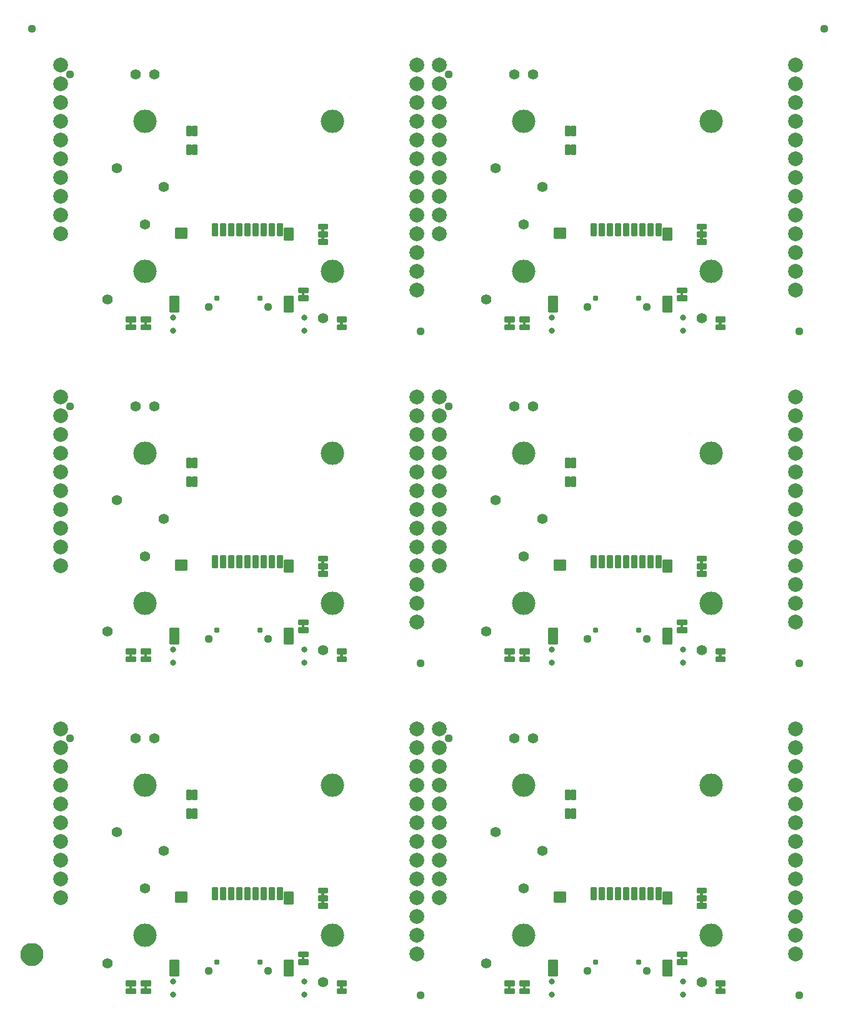
<source format=gbs>
G04 EAGLE Gerber RS-274X export*
G75*
%MOMM*%
%FSLAX34Y34*%
%LPD*%
%INSoldermask Bottom*%
%IPPOS*%
%AMOC8*
5,1,8,0,0,1.08239X$1,22.5*%
G01*
%ADD10C,0.228344*%
%ADD11C,1.127000*%
%ADD12C,3.175000*%
%ADD13C,0.777000*%
%ADD14C,0.231559*%
%ADD15C,0.225588*%
%ADD16C,0.229050*%
%ADD17C,0.827000*%
%ADD18C,1.397000*%
%ADD19C,2.006600*%
%ADD20C,0.228600*%
%ADD21C,1.270000*%
%ADD22C,1.627000*%

G36*
X856045Y55892D02*
X856045Y55892D01*
X856111Y55894D01*
X856154Y55912D01*
X856201Y55920D01*
X856258Y55954D01*
X856318Y55979D01*
X856353Y56010D01*
X856394Y56035D01*
X856436Y56086D01*
X856484Y56130D01*
X856506Y56172D01*
X856535Y56209D01*
X856556Y56271D01*
X856587Y56330D01*
X856595Y56384D01*
X856607Y56421D01*
X856606Y56461D01*
X856614Y56515D01*
X856614Y60325D01*
X856603Y60390D01*
X856601Y60456D01*
X856583Y60499D01*
X856575Y60546D01*
X856541Y60603D01*
X856516Y60663D01*
X856485Y60698D01*
X856460Y60739D01*
X856409Y60781D01*
X856365Y60829D01*
X856323Y60851D01*
X856286Y60880D01*
X856224Y60901D01*
X856165Y60932D01*
X856111Y60940D01*
X856074Y60952D01*
X856034Y60951D01*
X855980Y60959D01*
X853440Y60959D01*
X853375Y60948D01*
X853309Y60946D01*
X853266Y60928D01*
X853219Y60920D01*
X853162Y60886D01*
X853102Y60861D01*
X853067Y60830D01*
X853026Y60805D01*
X852985Y60754D01*
X852936Y60710D01*
X852914Y60668D01*
X852885Y60631D01*
X852864Y60569D01*
X852833Y60510D01*
X852825Y60456D01*
X852813Y60419D01*
X852813Y60415D01*
X852813Y60414D01*
X852814Y60379D01*
X852806Y60325D01*
X852806Y56515D01*
X852817Y56450D01*
X852819Y56384D01*
X852837Y56341D01*
X852845Y56294D01*
X852879Y56237D01*
X852904Y56177D01*
X852935Y56142D01*
X852960Y56101D01*
X853011Y56060D01*
X853055Y56011D01*
X853097Y55989D01*
X853134Y55960D01*
X853196Y55939D01*
X853255Y55908D01*
X853309Y55900D01*
X853346Y55888D01*
X853386Y55889D01*
X853440Y55881D01*
X855980Y55881D01*
X856045Y55892D01*
G37*
G36*
X342965Y55892D02*
X342965Y55892D01*
X343031Y55894D01*
X343074Y55912D01*
X343121Y55920D01*
X343178Y55954D01*
X343238Y55979D01*
X343273Y56010D01*
X343314Y56035D01*
X343356Y56086D01*
X343404Y56130D01*
X343426Y56172D01*
X343455Y56209D01*
X343476Y56271D01*
X343507Y56330D01*
X343515Y56384D01*
X343527Y56421D01*
X343526Y56461D01*
X343534Y56515D01*
X343534Y60325D01*
X343523Y60390D01*
X343521Y60456D01*
X343503Y60499D01*
X343495Y60546D01*
X343461Y60603D01*
X343436Y60663D01*
X343405Y60698D01*
X343380Y60739D01*
X343329Y60781D01*
X343285Y60829D01*
X343243Y60851D01*
X343206Y60880D01*
X343144Y60901D01*
X343085Y60932D01*
X343031Y60940D01*
X342994Y60952D01*
X342954Y60951D01*
X342900Y60959D01*
X340360Y60959D01*
X340295Y60948D01*
X340229Y60946D01*
X340186Y60928D01*
X340139Y60920D01*
X340082Y60886D01*
X340022Y60861D01*
X339987Y60830D01*
X339946Y60805D01*
X339905Y60754D01*
X339856Y60710D01*
X339834Y60668D01*
X339805Y60631D01*
X339784Y60569D01*
X339753Y60510D01*
X339745Y60456D01*
X339733Y60419D01*
X339733Y60415D01*
X339733Y60414D01*
X339734Y60379D01*
X339726Y60325D01*
X339726Y56515D01*
X339737Y56450D01*
X339739Y56384D01*
X339757Y56341D01*
X339765Y56294D01*
X339799Y56237D01*
X339824Y56177D01*
X339855Y56142D01*
X339880Y56101D01*
X339931Y56060D01*
X339975Y56011D01*
X340017Y55989D01*
X340054Y55960D01*
X340116Y55939D01*
X340175Y55908D01*
X340229Y55900D01*
X340266Y55888D01*
X340306Y55889D01*
X340360Y55881D01*
X342900Y55881D01*
X342965Y55892D01*
G37*
G36*
X882715Y1031252D02*
X882715Y1031252D01*
X882781Y1031254D01*
X882824Y1031272D01*
X882871Y1031280D01*
X882928Y1031314D01*
X882988Y1031339D01*
X883023Y1031370D01*
X883064Y1031395D01*
X883106Y1031446D01*
X883154Y1031490D01*
X883176Y1031532D01*
X883205Y1031569D01*
X883226Y1031631D01*
X883257Y1031690D01*
X883265Y1031744D01*
X883277Y1031781D01*
X883276Y1031821D01*
X883284Y1031875D01*
X883284Y1035685D01*
X883273Y1035750D01*
X883271Y1035816D01*
X883253Y1035859D01*
X883245Y1035906D01*
X883211Y1035963D01*
X883186Y1036023D01*
X883155Y1036058D01*
X883130Y1036099D01*
X883079Y1036141D01*
X883035Y1036189D01*
X882993Y1036211D01*
X882956Y1036240D01*
X882894Y1036261D01*
X882835Y1036292D01*
X882781Y1036300D01*
X882744Y1036312D01*
X882704Y1036311D01*
X882650Y1036319D01*
X880110Y1036319D01*
X880045Y1036308D01*
X879979Y1036306D01*
X879936Y1036288D01*
X879889Y1036280D01*
X879832Y1036246D01*
X879772Y1036221D01*
X879737Y1036190D01*
X879696Y1036165D01*
X879655Y1036114D01*
X879606Y1036070D01*
X879584Y1036028D01*
X879555Y1035991D01*
X879534Y1035929D01*
X879503Y1035870D01*
X879495Y1035816D01*
X879483Y1035779D01*
X879483Y1035775D01*
X879483Y1035774D01*
X879484Y1035739D01*
X879476Y1035685D01*
X879476Y1031875D01*
X879487Y1031810D01*
X879489Y1031744D01*
X879507Y1031701D01*
X879515Y1031654D01*
X879549Y1031597D01*
X879574Y1031537D01*
X879605Y1031502D01*
X879630Y1031461D01*
X879681Y1031420D01*
X879725Y1031371D01*
X879767Y1031349D01*
X879804Y1031320D01*
X879866Y1031299D01*
X879925Y1031268D01*
X879979Y1031260D01*
X880016Y1031248D01*
X880056Y1031249D01*
X880110Y1031241D01*
X882650Y1031241D01*
X882715Y1031252D01*
G37*
G36*
X369635Y1031252D02*
X369635Y1031252D01*
X369701Y1031254D01*
X369744Y1031272D01*
X369791Y1031280D01*
X369848Y1031314D01*
X369908Y1031339D01*
X369943Y1031370D01*
X369984Y1031395D01*
X370026Y1031446D01*
X370074Y1031490D01*
X370096Y1031532D01*
X370125Y1031569D01*
X370146Y1031631D01*
X370177Y1031690D01*
X370185Y1031744D01*
X370197Y1031781D01*
X370196Y1031821D01*
X370204Y1031875D01*
X370204Y1035685D01*
X370193Y1035750D01*
X370191Y1035816D01*
X370173Y1035859D01*
X370165Y1035906D01*
X370131Y1035963D01*
X370106Y1036023D01*
X370075Y1036058D01*
X370050Y1036099D01*
X369999Y1036141D01*
X369955Y1036189D01*
X369913Y1036211D01*
X369876Y1036240D01*
X369814Y1036261D01*
X369755Y1036292D01*
X369701Y1036300D01*
X369664Y1036312D01*
X369624Y1036311D01*
X369570Y1036319D01*
X367030Y1036319D01*
X366965Y1036308D01*
X366899Y1036306D01*
X366856Y1036288D01*
X366809Y1036280D01*
X366752Y1036246D01*
X366692Y1036221D01*
X366657Y1036190D01*
X366616Y1036165D01*
X366575Y1036114D01*
X366526Y1036070D01*
X366504Y1036028D01*
X366475Y1035991D01*
X366454Y1035929D01*
X366423Y1035870D01*
X366415Y1035816D01*
X366403Y1035779D01*
X366403Y1035775D01*
X366403Y1035774D01*
X366404Y1035739D01*
X366396Y1035685D01*
X366396Y1031875D01*
X366407Y1031810D01*
X366409Y1031744D01*
X366427Y1031701D01*
X366435Y1031654D01*
X366469Y1031597D01*
X366494Y1031537D01*
X366525Y1031502D01*
X366550Y1031461D01*
X366601Y1031420D01*
X366645Y1031371D01*
X366687Y1031349D01*
X366724Y1031320D01*
X366786Y1031299D01*
X366845Y1031268D01*
X366899Y1031260D01*
X366936Y1031248D01*
X366976Y1031249D01*
X367030Y1031241D01*
X369570Y1031241D01*
X369635Y1031252D01*
G37*
G36*
X856045Y955052D02*
X856045Y955052D01*
X856111Y955054D01*
X856154Y955072D01*
X856201Y955080D01*
X856258Y955114D01*
X856318Y955139D01*
X856353Y955170D01*
X856394Y955195D01*
X856436Y955246D01*
X856484Y955290D01*
X856506Y955332D01*
X856535Y955369D01*
X856556Y955431D01*
X856587Y955490D01*
X856595Y955544D01*
X856607Y955581D01*
X856606Y955621D01*
X856614Y955675D01*
X856614Y959485D01*
X856603Y959550D01*
X856601Y959616D01*
X856583Y959659D01*
X856575Y959706D01*
X856541Y959763D01*
X856516Y959823D01*
X856485Y959858D01*
X856460Y959899D01*
X856409Y959941D01*
X856365Y959989D01*
X856323Y960011D01*
X856286Y960040D01*
X856224Y960061D01*
X856165Y960092D01*
X856111Y960100D01*
X856074Y960112D01*
X856034Y960111D01*
X855980Y960119D01*
X853440Y960119D01*
X853375Y960108D01*
X853309Y960106D01*
X853266Y960088D01*
X853219Y960080D01*
X853162Y960046D01*
X853102Y960021D01*
X853067Y959990D01*
X853026Y959965D01*
X852985Y959914D01*
X852936Y959870D01*
X852914Y959828D01*
X852885Y959791D01*
X852864Y959729D01*
X852833Y959670D01*
X852825Y959616D01*
X852813Y959579D01*
X852813Y959575D01*
X852813Y959574D01*
X852814Y959539D01*
X852806Y959485D01*
X852806Y955675D01*
X852817Y955610D01*
X852819Y955544D01*
X852837Y955501D01*
X852845Y955454D01*
X852879Y955397D01*
X852904Y955337D01*
X852935Y955302D01*
X852960Y955261D01*
X853011Y955220D01*
X853055Y955171D01*
X853097Y955149D01*
X853134Y955120D01*
X853196Y955099D01*
X853255Y955068D01*
X853309Y955060D01*
X853346Y955048D01*
X853386Y955049D01*
X853440Y955041D01*
X855980Y955041D01*
X856045Y955052D01*
G37*
G36*
X342965Y955052D02*
X342965Y955052D01*
X343031Y955054D01*
X343074Y955072D01*
X343121Y955080D01*
X343178Y955114D01*
X343238Y955139D01*
X343273Y955170D01*
X343314Y955195D01*
X343356Y955246D01*
X343404Y955290D01*
X343426Y955332D01*
X343455Y955369D01*
X343476Y955431D01*
X343507Y955490D01*
X343515Y955544D01*
X343527Y955581D01*
X343526Y955621D01*
X343534Y955675D01*
X343534Y959485D01*
X343523Y959550D01*
X343521Y959616D01*
X343503Y959659D01*
X343495Y959706D01*
X343461Y959763D01*
X343436Y959823D01*
X343405Y959858D01*
X343380Y959899D01*
X343329Y959941D01*
X343285Y959989D01*
X343243Y960011D01*
X343206Y960040D01*
X343144Y960061D01*
X343085Y960092D01*
X343031Y960100D01*
X342994Y960112D01*
X342954Y960111D01*
X342900Y960119D01*
X340360Y960119D01*
X340295Y960108D01*
X340229Y960106D01*
X340186Y960088D01*
X340139Y960080D01*
X340082Y960046D01*
X340022Y960021D01*
X339987Y959990D01*
X339946Y959965D01*
X339905Y959914D01*
X339856Y959870D01*
X339834Y959828D01*
X339805Y959791D01*
X339784Y959729D01*
X339753Y959670D01*
X339745Y959616D01*
X339733Y959579D01*
X339733Y959575D01*
X339733Y959574D01*
X339734Y959539D01*
X339726Y959485D01*
X339726Y955675D01*
X339737Y955610D01*
X339739Y955544D01*
X339757Y955501D01*
X339765Y955454D01*
X339799Y955397D01*
X339824Y955337D01*
X339855Y955302D01*
X339880Y955261D01*
X339931Y955220D01*
X339975Y955171D01*
X340017Y955149D01*
X340054Y955120D01*
X340116Y955099D01*
X340175Y955068D01*
X340229Y955060D01*
X340266Y955048D01*
X340306Y955049D01*
X340360Y955041D01*
X342900Y955041D01*
X342965Y955052D01*
G37*
G36*
X908115Y915682D02*
X908115Y915682D01*
X908181Y915684D01*
X908224Y915702D01*
X908271Y915710D01*
X908328Y915744D01*
X908388Y915769D01*
X908423Y915800D01*
X908464Y915825D01*
X908506Y915876D01*
X908554Y915920D01*
X908576Y915962D01*
X908605Y915999D01*
X908626Y916061D01*
X908657Y916120D01*
X908665Y916174D01*
X908677Y916211D01*
X908676Y916251D01*
X908684Y916305D01*
X908684Y920115D01*
X908673Y920180D01*
X908671Y920246D01*
X908653Y920289D01*
X908645Y920336D01*
X908611Y920393D01*
X908586Y920453D01*
X908555Y920488D01*
X908530Y920529D01*
X908479Y920571D01*
X908435Y920619D01*
X908393Y920641D01*
X908356Y920670D01*
X908294Y920691D01*
X908235Y920722D01*
X908181Y920730D01*
X908144Y920742D01*
X908104Y920741D01*
X908050Y920749D01*
X905510Y920749D01*
X905445Y920738D01*
X905379Y920736D01*
X905336Y920718D01*
X905289Y920710D01*
X905232Y920676D01*
X905172Y920651D01*
X905137Y920620D01*
X905096Y920595D01*
X905055Y920544D01*
X905006Y920500D01*
X904984Y920458D01*
X904955Y920421D01*
X904934Y920359D01*
X904903Y920300D01*
X904895Y920246D01*
X904883Y920209D01*
X904883Y920205D01*
X904883Y920204D01*
X904884Y920169D01*
X904876Y920115D01*
X904876Y916305D01*
X904887Y916240D01*
X904889Y916174D01*
X904907Y916131D01*
X904915Y916084D01*
X904949Y916027D01*
X904974Y915967D01*
X905005Y915932D01*
X905030Y915891D01*
X905081Y915850D01*
X905125Y915801D01*
X905167Y915779D01*
X905204Y915750D01*
X905266Y915729D01*
X905325Y915698D01*
X905379Y915690D01*
X905416Y915678D01*
X905456Y915679D01*
X905510Y915671D01*
X908050Y915671D01*
X908115Y915682D01*
G37*
G36*
X395035Y915682D02*
X395035Y915682D01*
X395101Y915684D01*
X395144Y915702D01*
X395191Y915710D01*
X395248Y915744D01*
X395308Y915769D01*
X395343Y915800D01*
X395384Y915825D01*
X395426Y915876D01*
X395474Y915920D01*
X395496Y915962D01*
X395525Y915999D01*
X395546Y916061D01*
X395577Y916120D01*
X395585Y916174D01*
X395597Y916211D01*
X395596Y916251D01*
X395604Y916305D01*
X395604Y920115D01*
X395593Y920180D01*
X395591Y920246D01*
X395573Y920289D01*
X395565Y920336D01*
X395531Y920393D01*
X395506Y920453D01*
X395475Y920488D01*
X395450Y920529D01*
X395399Y920571D01*
X395355Y920619D01*
X395313Y920641D01*
X395276Y920670D01*
X395214Y920691D01*
X395155Y920722D01*
X395101Y920730D01*
X395064Y920742D01*
X395024Y920741D01*
X394970Y920749D01*
X392430Y920749D01*
X392365Y920738D01*
X392299Y920736D01*
X392256Y920718D01*
X392209Y920710D01*
X392152Y920676D01*
X392092Y920651D01*
X392057Y920620D01*
X392016Y920595D01*
X391975Y920544D01*
X391926Y920500D01*
X391904Y920458D01*
X391875Y920421D01*
X391854Y920359D01*
X391823Y920300D01*
X391815Y920246D01*
X391803Y920209D01*
X391803Y920205D01*
X391803Y920204D01*
X391804Y920169D01*
X391796Y920115D01*
X391796Y916305D01*
X391807Y916240D01*
X391809Y916174D01*
X391827Y916131D01*
X391835Y916084D01*
X391869Y916027D01*
X391894Y915967D01*
X391925Y915932D01*
X391950Y915891D01*
X392001Y915850D01*
X392045Y915801D01*
X392087Y915779D01*
X392124Y915750D01*
X392186Y915729D01*
X392245Y915698D01*
X392299Y915690D01*
X392336Y915678D01*
X392376Y915679D01*
X392430Y915671D01*
X394970Y915671D01*
X395035Y915682D01*
G37*
G36*
X109285Y915682D02*
X109285Y915682D01*
X109351Y915684D01*
X109394Y915702D01*
X109441Y915710D01*
X109498Y915744D01*
X109558Y915769D01*
X109593Y915800D01*
X109634Y915825D01*
X109676Y915876D01*
X109724Y915920D01*
X109746Y915962D01*
X109775Y915999D01*
X109796Y916061D01*
X109827Y916120D01*
X109835Y916174D01*
X109847Y916211D01*
X109846Y916251D01*
X109854Y916305D01*
X109854Y920115D01*
X109843Y920180D01*
X109841Y920246D01*
X109823Y920289D01*
X109815Y920336D01*
X109781Y920393D01*
X109756Y920453D01*
X109725Y920488D01*
X109700Y920529D01*
X109649Y920571D01*
X109605Y920619D01*
X109563Y920641D01*
X109526Y920670D01*
X109464Y920691D01*
X109405Y920722D01*
X109351Y920730D01*
X109314Y920742D01*
X109274Y920741D01*
X109220Y920749D01*
X106680Y920749D01*
X106615Y920738D01*
X106549Y920736D01*
X106506Y920718D01*
X106459Y920710D01*
X106402Y920676D01*
X106342Y920651D01*
X106307Y920620D01*
X106266Y920595D01*
X106225Y920544D01*
X106176Y920500D01*
X106154Y920458D01*
X106125Y920421D01*
X106104Y920359D01*
X106073Y920300D01*
X106065Y920246D01*
X106053Y920209D01*
X106053Y920205D01*
X106053Y920204D01*
X106054Y920169D01*
X106046Y920115D01*
X106046Y916305D01*
X106057Y916240D01*
X106059Y916174D01*
X106077Y916131D01*
X106085Y916084D01*
X106119Y916027D01*
X106144Y915967D01*
X106175Y915932D01*
X106200Y915891D01*
X106251Y915850D01*
X106295Y915801D01*
X106337Y915779D01*
X106374Y915750D01*
X106436Y915729D01*
X106495Y915698D01*
X106549Y915690D01*
X106586Y915678D01*
X106626Y915679D01*
X106680Y915671D01*
X109220Y915671D01*
X109285Y915682D01*
G37*
G36*
X129605Y915682D02*
X129605Y915682D01*
X129671Y915684D01*
X129714Y915702D01*
X129761Y915710D01*
X129818Y915744D01*
X129878Y915769D01*
X129913Y915800D01*
X129954Y915825D01*
X129996Y915876D01*
X130044Y915920D01*
X130066Y915962D01*
X130095Y915999D01*
X130116Y916061D01*
X130147Y916120D01*
X130155Y916174D01*
X130167Y916211D01*
X130166Y916251D01*
X130174Y916305D01*
X130174Y920115D01*
X130163Y920180D01*
X130161Y920246D01*
X130143Y920289D01*
X130135Y920336D01*
X130101Y920393D01*
X130076Y920453D01*
X130045Y920488D01*
X130020Y920529D01*
X129969Y920571D01*
X129925Y920619D01*
X129883Y920641D01*
X129846Y920670D01*
X129784Y920691D01*
X129725Y920722D01*
X129671Y920730D01*
X129634Y920742D01*
X129594Y920741D01*
X129540Y920749D01*
X127000Y920749D01*
X126935Y920738D01*
X126869Y920736D01*
X126826Y920718D01*
X126779Y920710D01*
X126722Y920676D01*
X126662Y920651D01*
X126627Y920620D01*
X126586Y920595D01*
X126545Y920544D01*
X126496Y920500D01*
X126474Y920458D01*
X126445Y920421D01*
X126424Y920359D01*
X126393Y920300D01*
X126385Y920246D01*
X126373Y920209D01*
X126373Y920205D01*
X126373Y920204D01*
X126374Y920169D01*
X126366Y920115D01*
X126366Y916305D01*
X126377Y916240D01*
X126379Y916174D01*
X126397Y916131D01*
X126405Y916084D01*
X126439Y916027D01*
X126464Y915967D01*
X126495Y915932D01*
X126520Y915891D01*
X126571Y915850D01*
X126615Y915801D01*
X126657Y915779D01*
X126694Y915750D01*
X126756Y915729D01*
X126815Y915698D01*
X126869Y915690D01*
X126906Y915678D01*
X126946Y915679D01*
X127000Y915671D01*
X129540Y915671D01*
X129605Y915682D01*
G37*
G36*
X622365Y915682D02*
X622365Y915682D01*
X622431Y915684D01*
X622474Y915702D01*
X622521Y915710D01*
X622578Y915744D01*
X622638Y915769D01*
X622673Y915800D01*
X622714Y915825D01*
X622756Y915876D01*
X622804Y915920D01*
X622826Y915962D01*
X622855Y915999D01*
X622876Y916061D01*
X622907Y916120D01*
X622915Y916174D01*
X622927Y916211D01*
X622926Y916251D01*
X622934Y916305D01*
X622934Y920115D01*
X622923Y920180D01*
X622921Y920246D01*
X622903Y920289D01*
X622895Y920336D01*
X622861Y920393D01*
X622836Y920453D01*
X622805Y920488D01*
X622780Y920529D01*
X622729Y920571D01*
X622685Y920619D01*
X622643Y920641D01*
X622606Y920670D01*
X622544Y920691D01*
X622485Y920722D01*
X622431Y920730D01*
X622394Y920742D01*
X622354Y920741D01*
X622300Y920749D01*
X619760Y920749D01*
X619695Y920738D01*
X619629Y920736D01*
X619586Y920718D01*
X619539Y920710D01*
X619482Y920676D01*
X619422Y920651D01*
X619387Y920620D01*
X619346Y920595D01*
X619305Y920544D01*
X619256Y920500D01*
X619234Y920458D01*
X619205Y920421D01*
X619184Y920359D01*
X619153Y920300D01*
X619145Y920246D01*
X619133Y920209D01*
X619133Y920205D01*
X619133Y920204D01*
X619134Y920169D01*
X619126Y920115D01*
X619126Y916305D01*
X619137Y916240D01*
X619139Y916174D01*
X619157Y916131D01*
X619165Y916084D01*
X619199Y916027D01*
X619224Y915967D01*
X619255Y915932D01*
X619280Y915891D01*
X619331Y915850D01*
X619375Y915801D01*
X619417Y915779D01*
X619454Y915750D01*
X619516Y915729D01*
X619575Y915698D01*
X619629Y915690D01*
X619666Y915678D01*
X619706Y915679D01*
X619760Y915671D01*
X622300Y915671D01*
X622365Y915682D01*
G37*
G36*
X642685Y915682D02*
X642685Y915682D01*
X642751Y915684D01*
X642794Y915702D01*
X642841Y915710D01*
X642898Y915744D01*
X642958Y915769D01*
X642993Y915800D01*
X643034Y915825D01*
X643076Y915876D01*
X643124Y915920D01*
X643146Y915962D01*
X643175Y915999D01*
X643196Y916061D01*
X643227Y916120D01*
X643235Y916174D01*
X643247Y916211D01*
X643246Y916251D01*
X643254Y916305D01*
X643254Y920115D01*
X643243Y920180D01*
X643241Y920246D01*
X643223Y920289D01*
X643215Y920336D01*
X643181Y920393D01*
X643156Y920453D01*
X643125Y920488D01*
X643100Y920529D01*
X643049Y920571D01*
X643005Y920619D01*
X642963Y920641D01*
X642926Y920670D01*
X642864Y920691D01*
X642805Y920722D01*
X642751Y920730D01*
X642714Y920742D01*
X642674Y920741D01*
X642620Y920749D01*
X640080Y920749D01*
X640015Y920738D01*
X639949Y920736D01*
X639906Y920718D01*
X639859Y920710D01*
X639802Y920676D01*
X639742Y920651D01*
X639707Y920620D01*
X639666Y920595D01*
X639625Y920544D01*
X639576Y920500D01*
X639554Y920458D01*
X639525Y920421D01*
X639504Y920359D01*
X639473Y920300D01*
X639465Y920246D01*
X639453Y920209D01*
X639453Y920205D01*
X639453Y920204D01*
X639454Y920169D01*
X639446Y920115D01*
X639446Y916305D01*
X639457Y916240D01*
X639459Y916174D01*
X639477Y916131D01*
X639485Y916084D01*
X639519Y916027D01*
X639544Y915967D01*
X639575Y915932D01*
X639600Y915891D01*
X639651Y915850D01*
X639695Y915801D01*
X639737Y915779D01*
X639774Y915750D01*
X639836Y915729D01*
X639895Y915698D01*
X639949Y915690D01*
X639986Y915678D01*
X640026Y915679D01*
X640080Y915671D01*
X642620Y915671D01*
X642685Y915682D01*
G37*
G36*
X369635Y591832D02*
X369635Y591832D01*
X369701Y591834D01*
X369744Y591852D01*
X369791Y591860D01*
X369848Y591894D01*
X369908Y591919D01*
X369943Y591950D01*
X369984Y591975D01*
X370026Y592026D01*
X370074Y592070D01*
X370096Y592112D01*
X370125Y592149D01*
X370146Y592211D01*
X370177Y592270D01*
X370185Y592324D01*
X370197Y592361D01*
X370196Y592401D01*
X370204Y592455D01*
X370204Y596265D01*
X370193Y596330D01*
X370191Y596396D01*
X370173Y596439D01*
X370165Y596486D01*
X370131Y596543D01*
X370106Y596603D01*
X370075Y596638D01*
X370050Y596679D01*
X369999Y596721D01*
X369955Y596769D01*
X369913Y596791D01*
X369876Y596820D01*
X369814Y596841D01*
X369755Y596872D01*
X369701Y596880D01*
X369664Y596892D01*
X369624Y596891D01*
X369570Y596899D01*
X367030Y596899D01*
X366965Y596888D01*
X366899Y596886D01*
X366856Y596868D01*
X366809Y596860D01*
X366752Y596826D01*
X366692Y596801D01*
X366657Y596770D01*
X366616Y596745D01*
X366575Y596694D01*
X366526Y596650D01*
X366504Y596608D01*
X366475Y596571D01*
X366454Y596509D01*
X366423Y596450D01*
X366415Y596396D01*
X366403Y596359D01*
X366403Y596355D01*
X366403Y596354D01*
X366404Y596319D01*
X366396Y596265D01*
X366396Y592455D01*
X366407Y592390D01*
X366409Y592324D01*
X366427Y592281D01*
X366435Y592234D01*
X366469Y592177D01*
X366494Y592117D01*
X366525Y592082D01*
X366550Y592041D01*
X366601Y592000D01*
X366645Y591951D01*
X366687Y591929D01*
X366724Y591900D01*
X366786Y591879D01*
X366845Y591848D01*
X366899Y591840D01*
X366936Y591828D01*
X366976Y591829D01*
X367030Y591821D01*
X369570Y591821D01*
X369635Y591832D01*
G37*
G36*
X882715Y591832D02*
X882715Y591832D01*
X882781Y591834D01*
X882824Y591852D01*
X882871Y591860D01*
X882928Y591894D01*
X882988Y591919D01*
X883023Y591950D01*
X883064Y591975D01*
X883106Y592026D01*
X883154Y592070D01*
X883176Y592112D01*
X883205Y592149D01*
X883226Y592211D01*
X883257Y592270D01*
X883265Y592324D01*
X883277Y592361D01*
X883276Y592401D01*
X883284Y592455D01*
X883284Y596265D01*
X883273Y596330D01*
X883271Y596396D01*
X883253Y596439D01*
X883245Y596486D01*
X883211Y596543D01*
X883186Y596603D01*
X883155Y596638D01*
X883130Y596679D01*
X883079Y596721D01*
X883035Y596769D01*
X882993Y596791D01*
X882956Y596820D01*
X882894Y596841D01*
X882835Y596872D01*
X882781Y596880D01*
X882744Y596892D01*
X882704Y596891D01*
X882650Y596899D01*
X880110Y596899D01*
X880045Y596888D01*
X879979Y596886D01*
X879936Y596868D01*
X879889Y596860D01*
X879832Y596826D01*
X879772Y596801D01*
X879737Y596770D01*
X879696Y596745D01*
X879655Y596694D01*
X879606Y596650D01*
X879584Y596608D01*
X879555Y596571D01*
X879534Y596509D01*
X879503Y596450D01*
X879495Y596396D01*
X879483Y596359D01*
X879483Y596355D01*
X879483Y596354D01*
X879484Y596319D01*
X879476Y596265D01*
X879476Y592455D01*
X879487Y592390D01*
X879489Y592324D01*
X879507Y592281D01*
X879515Y592234D01*
X879549Y592177D01*
X879574Y592117D01*
X879605Y592082D01*
X879630Y592041D01*
X879681Y592000D01*
X879725Y591951D01*
X879767Y591929D01*
X879804Y591900D01*
X879866Y591879D01*
X879925Y591848D01*
X879979Y591840D01*
X880016Y591828D01*
X880056Y591829D01*
X880110Y591821D01*
X882650Y591821D01*
X882715Y591832D01*
G37*
G36*
X369635Y581672D02*
X369635Y581672D01*
X369701Y581674D01*
X369744Y581692D01*
X369791Y581700D01*
X369848Y581734D01*
X369908Y581759D01*
X369943Y581790D01*
X369984Y581815D01*
X370026Y581866D01*
X370074Y581910D01*
X370096Y581952D01*
X370125Y581989D01*
X370146Y582051D01*
X370177Y582110D01*
X370185Y582164D01*
X370197Y582201D01*
X370196Y582241D01*
X370204Y582295D01*
X370204Y586105D01*
X370193Y586170D01*
X370191Y586236D01*
X370173Y586279D01*
X370165Y586326D01*
X370131Y586383D01*
X370106Y586443D01*
X370075Y586478D01*
X370050Y586519D01*
X369999Y586561D01*
X369955Y586609D01*
X369913Y586631D01*
X369876Y586660D01*
X369814Y586681D01*
X369755Y586712D01*
X369701Y586720D01*
X369664Y586732D01*
X369624Y586731D01*
X369570Y586739D01*
X367030Y586739D01*
X366965Y586728D01*
X366899Y586726D01*
X366856Y586708D01*
X366809Y586700D01*
X366752Y586666D01*
X366692Y586641D01*
X366657Y586610D01*
X366616Y586585D01*
X366575Y586534D01*
X366526Y586490D01*
X366504Y586448D01*
X366475Y586411D01*
X366454Y586349D01*
X366423Y586290D01*
X366415Y586236D01*
X366403Y586199D01*
X366403Y586195D01*
X366403Y586194D01*
X366404Y586159D01*
X366396Y586105D01*
X366396Y582295D01*
X366407Y582230D01*
X366409Y582164D01*
X366427Y582121D01*
X366435Y582074D01*
X366469Y582017D01*
X366494Y581957D01*
X366525Y581922D01*
X366550Y581881D01*
X366601Y581840D01*
X366645Y581791D01*
X366687Y581769D01*
X366724Y581740D01*
X366786Y581719D01*
X366845Y581688D01*
X366899Y581680D01*
X366936Y581668D01*
X366976Y581669D01*
X367030Y581661D01*
X369570Y581661D01*
X369635Y581672D01*
G37*
G36*
X882715Y581672D02*
X882715Y581672D01*
X882781Y581674D01*
X882824Y581692D01*
X882871Y581700D01*
X882928Y581734D01*
X882988Y581759D01*
X883023Y581790D01*
X883064Y581815D01*
X883106Y581866D01*
X883154Y581910D01*
X883176Y581952D01*
X883205Y581989D01*
X883226Y582051D01*
X883257Y582110D01*
X883265Y582164D01*
X883277Y582201D01*
X883276Y582241D01*
X883284Y582295D01*
X883284Y586105D01*
X883273Y586170D01*
X883271Y586236D01*
X883253Y586279D01*
X883245Y586326D01*
X883211Y586383D01*
X883186Y586443D01*
X883155Y586478D01*
X883130Y586519D01*
X883079Y586561D01*
X883035Y586609D01*
X882993Y586631D01*
X882956Y586660D01*
X882894Y586681D01*
X882835Y586712D01*
X882781Y586720D01*
X882744Y586732D01*
X882704Y586731D01*
X882650Y586739D01*
X880110Y586739D01*
X880045Y586728D01*
X879979Y586726D01*
X879936Y586708D01*
X879889Y586700D01*
X879832Y586666D01*
X879772Y586641D01*
X879737Y586610D01*
X879696Y586585D01*
X879655Y586534D01*
X879606Y586490D01*
X879584Y586448D01*
X879555Y586411D01*
X879534Y586349D01*
X879503Y586290D01*
X879495Y586236D01*
X879483Y586199D01*
X879483Y586195D01*
X879483Y586194D01*
X879484Y586159D01*
X879476Y586105D01*
X879476Y582295D01*
X879487Y582230D01*
X879489Y582164D01*
X879507Y582121D01*
X879515Y582074D01*
X879549Y582017D01*
X879574Y581957D01*
X879605Y581922D01*
X879630Y581881D01*
X879681Y581840D01*
X879725Y581791D01*
X879767Y581769D01*
X879804Y581740D01*
X879866Y581719D01*
X879925Y581688D01*
X879979Y581680D01*
X880016Y581668D01*
X880056Y581669D01*
X880110Y581661D01*
X882650Y581661D01*
X882715Y581672D01*
G37*
G36*
X342965Y505472D02*
X342965Y505472D01*
X343031Y505474D01*
X343074Y505492D01*
X343121Y505500D01*
X343178Y505534D01*
X343238Y505559D01*
X343273Y505590D01*
X343314Y505615D01*
X343356Y505666D01*
X343404Y505710D01*
X343426Y505752D01*
X343455Y505789D01*
X343476Y505851D01*
X343507Y505910D01*
X343515Y505964D01*
X343527Y506001D01*
X343526Y506041D01*
X343534Y506095D01*
X343534Y509905D01*
X343523Y509970D01*
X343521Y510036D01*
X343503Y510079D01*
X343495Y510126D01*
X343461Y510183D01*
X343436Y510243D01*
X343405Y510278D01*
X343380Y510319D01*
X343329Y510361D01*
X343285Y510409D01*
X343243Y510431D01*
X343206Y510460D01*
X343144Y510481D01*
X343085Y510512D01*
X343031Y510520D01*
X342994Y510532D01*
X342954Y510531D01*
X342900Y510539D01*
X340360Y510539D01*
X340295Y510528D01*
X340229Y510526D01*
X340186Y510508D01*
X340139Y510500D01*
X340082Y510466D01*
X340022Y510441D01*
X339987Y510410D01*
X339946Y510385D01*
X339905Y510334D01*
X339856Y510290D01*
X339834Y510248D01*
X339805Y510211D01*
X339784Y510149D01*
X339753Y510090D01*
X339745Y510036D01*
X339733Y509999D01*
X339733Y509995D01*
X339733Y509994D01*
X339734Y509959D01*
X339726Y509905D01*
X339726Y506095D01*
X339737Y506030D01*
X339739Y505964D01*
X339757Y505921D01*
X339765Y505874D01*
X339799Y505817D01*
X339824Y505757D01*
X339855Y505722D01*
X339880Y505681D01*
X339931Y505640D01*
X339975Y505591D01*
X340017Y505569D01*
X340054Y505540D01*
X340116Y505519D01*
X340175Y505488D01*
X340229Y505480D01*
X340266Y505468D01*
X340306Y505469D01*
X340360Y505461D01*
X342900Y505461D01*
X342965Y505472D01*
G37*
G36*
X856045Y505472D02*
X856045Y505472D01*
X856111Y505474D01*
X856154Y505492D01*
X856201Y505500D01*
X856258Y505534D01*
X856318Y505559D01*
X856353Y505590D01*
X856394Y505615D01*
X856436Y505666D01*
X856484Y505710D01*
X856506Y505752D01*
X856535Y505789D01*
X856556Y505851D01*
X856587Y505910D01*
X856595Y505964D01*
X856607Y506001D01*
X856606Y506041D01*
X856614Y506095D01*
X856614Y509905D01*
X856603Y509970D01*
X856601Y510036D01*
X856583Y510079D01*
X856575Y510126D01*
X856541Y510183D01*
X856516Y510243D01*
X856485Y510278D01*
X856460Y510319D01*
X856409Y510361D01*
X856365Y510409D01*
X856323Y510431D01*
X856286Y510460D01*
X856224Y510481D01*
X856165Y510512D01*
X856111Y510520D01*
X856074Y510532D01*
X856034Y510531D01*
X855980Y510539D01*
X853440Y510539D01*
X853375Y510528D01*
X853309Y510526D01*
X853266Y510508D01*
X853219Y510500D01*
X853162Y510466D01*
X853102Y510441D01*
X853067Y510410D01*
X853026Y510385D01*
X852985Y510334D01*
X852936Y510290D01*
X852914Y510248D01*
X852885Y510211D01*
X852864Y510149D01*
X852833Y510090D01*
X852825Y510036D01*
X852813Y509999D01*
X852813Y509995D01*
X852813Y509994D01*
X852814Y509959D01*
X852806Y509905D01*
X852806Y506095D01*
X852817Y506030D01*
X852819Y505964D01*
X852837Y505921D01*
X852845Y505874D01*
X852879Y505817D01*
X852904Y505757D01*
X852935Y505722D01*
X852960Y505681D01*
X853011Y505640D01*
X853055Y505591D01*
X853097Y505569D01*
X853134Y505540D01*
X853196Y505519D01*
X853255Y505488D01*
X853309Y505480D01*
X853346Y505468D01*
X853386Y505469D01*
X853440Y505461D01*
X855980Y505461D01*
X856045Y505472D01*
G37*
G36*
X395035Y466102D02*
X395035Y466102D01*
X395101Y466104D01*
X395144Y466122D01*
X395191Y466130D01*
X395248Y466164D01*
X395308Y466189D01*
X395343Y466220D01*
X395384Y466245D01*
X395426Y466296D01*
X395474Y466340D01*
X395496Y466382D01*
X395525Y466419D01*
X395546Y466481D01*
X395577Y466540D01*
X395585Y466594D01*
X395597Y466631D01*
X395596Y466671D01*
X395604Y466725D01*
X395604Y470535D01*
X395593Y470600D01*
X395591Y470666D01*
X395573Y470709D01*
X395565Y470756D01*
X395531Y470813D01*
X395506Y470873D01*
X395475Y470908D01*
X395450Y470949D01*
X395399Y470991D01*
X395355Y471039D01*
X395313Y471061D01*
X395276Y471090D01*
X395214Y471111D01*
X395155Y471142D01*
X395101Y471150D01*
X395064Y471162D01*
X395024Y471161D01*
X394970Y471169D01*
X392430Y471169D01*
X392365Y471158D01*
X392299Y471156D01*
X392256Y471138D01*
X392209Y471130D01*
X392152Y471096D01*
X392092Y471071D01*
X392057Y471040D01*
X392016Y471015D01*
X391975Y470964D01*
X391926Y470920D01*
X391904Y470878D01*
X391875Y470841D01*
X391854Y470779D01*
X391823Y470720D01*
X391815Y470666D01*
X391803Y470629D01*
X391803Y470625D01*
X391803Y470624D01*
X391804Y470589D01*
X391796Y470535D01*
X391796Y466725D01*
X391807Y466660D01*
X391809Y466594D01*
X391827Y466551D01*
X391835Y466504D01*
X391869Y466447D01*
X391894Y466387D01*
X391925Y466352D01*
X391950Y466311D01*
X392001Y466270D01*
X392045Y466221D01*
X392087Y466199D01*
X392124Y466170D01*
X392186Y466149D01*
X392245Y466118D01*
X392299Y466110D01*
X392336Y466098D01*
X392376Y466099D01*
X392430Y466091D01*
X394970Y466091D01*
X395035Y466102D01*
G37*
G36*
X129605Y466102D02*
X129605Y466102D01*
X129671Y466104D01*
X129714Y466122D01*
X129761Y466130D01*
X129818Y466164D01*
X129878Y466189D01*
X129913Y466220D01*
X129954Y466245D01*
X129996Y466296D01*
X130044Y466340D01*
X130066Y466382D01*
X130095Y466419D01*
X130116Y466481D01*
X130147Y466540D01*
X130155Y466594D01*
X130167Y466631D01*
X130166Y466671D01*
X130174Y466725D01*
X130174Y470535D01*
X130163Y470600D01*
X130161Y470666D01*
X130143Y470709D01*
X130135Y470756D01*
X130101Y470813D01*
X130076Y470873D01*
X130045Y470908D01*
X130020Y470949D01*
X129969Y470991D01*
X129925Y471039D01*
X129883Y471061D01*
X129846Y471090D01*
X129784Y471111D01*
X129725Y471142D01*
X129671Y471150D01*
X129634Y471162D01*
X129594Y471161D01*
X129540Y471169D01*
X127000Y471169D01*
X126935Y471158D01*
X126869Y471156D01*
X126826Y471138D01*
X126779Y471130D01*
X126722Y471096D01*
X126662Y471071D01*
X126627Y471040D01*
X126586Y471015D01*
X126545Y470964D01*
X126496Y470920D01*
X126474Y470878D01*
X126445Y470841D01*
X126424Y470779D01*
X126393Y470720D01*
X126385Y470666D01*
X126373Y470629D01*
X126373Y470625D01*
X126373Y470624D01*
X126374Y470589D01*
X126366Y470535D01*
X126366Y466725D01*
X126377Y466660D01*
X126379Y466594D01*
X126397Y466551D01*
X126405Y466504D01*
X126439Y466447D01*
X126464Y466387D01*
X126495Y466352D01*
X126520Y466311D01*
X126571Y466270D01*
X126615Y466221D01*
X126657Y466199D01*
X126694Y466170D01*
X126756Y466149D01*
X126815Y466118D01*
X126869Y466110D01*
X126906Y466098D01*
X126946Y466099D01*
X127000Y466091D01*
X129540Y466091D01*
X129605Y466102D01*
G37*
G36*
X622365Y466102D02*
X622365Y466102D01*
X622431Y466104D01*
X622474Y466122D01*
X622521Y466130D01*
X622578Y466164D01*
X622638Y466189D01*
X622673Y466220D01*
X622714Y466245D01*
X622756Y466296D01*
X622804Y466340D01*
X622826Y466382D01*
X622855Y466419D01*
X622876Y466481D01*
X622907Y466540D01*
X622915Y466594D01*
X622927Y466631D01*
X622926Y466671D01*
X622934Y466725D01*
X622934Y470535D01*
X622923Y470600D01*
X622921Y470666D01*
X622903Y470709D01*
X622895Y470756D01*
X622861Y470813D01*
X622836Y470873D01*
X622805Y470908D01*
X622780Y470949D01*
X622729Y470991D01*
X622685Y471039D01*
X622643Y471061D01*
X622606Y471090D01*
X622544Y471111D01*
X622485Y471142D01*
X622431Y471150D01*
X622394Y471162D01*
X622354Y471161D01*
X622300Y471169D01*
X619760Y471169D01*
X619695Y471158D01*
X619629Y471156D01*
X619586Y471138D01*
X619539Y471130D01*
X619482Y471096D01*
X619422Y471071D01*
X619387Y471040D01*
X619346Y471015D01*
X619305Y470964D01*
X619256Y470920D01*
X619234Y470878D01*
X619205Y470841D01*
X619184Y470779D01*
X619153Y470720D01*
X619145Y470666D01*
X619133Y470629D01*
X619133Y470625D01*
X619133Y470624D01*
X619134Y470589D01*
X619126Y470535D01*
X619126Y466725D01*
X619137Y466660D01*
X619139Y466594D01*
X619157Y466551D01*
X619165Y466504D01*
X619199Y466447D01*
X619224Y466387D01*
X619255Y466352D01*
X619280Y466311D01*
X619331Y466270D01*
X619375Y466221D01*
X619417Y466199D01*
X619454Y466170D01*
X619516Y466149D01*
X619575Y466118D01*
X619629Y466110D01*
X619666Y466098D01*
X619706Y466099D01*
X619760Y466091D01*
X622300Y466091D01*
X622365Y466102D01*
G37*
G36*
X908115Y466102D02*
X908115Y466102D01*
X908181Y466104D01*
X908224Y466122D01*
X908271Y466130D01*
X908328Y466164D01*
X908388Y466189D01*
X908423Y466220D01*
X908464Y466245D01*
X908506Y466296D01*
X908554Y466340D01*
X908576Y466382D01*
X908605Y466419D01*
X908626Y466481D01*
X908657Y466540D01*
X908665Y466594D01*
X908677Y466631D01*
X908676Y466671D01*
X908684Y466725D01*
X908684Y470535D01*
X908673Y470600D01*
X908671Y470666D01*
X908653Y470709D01*
X908645Y470756D01*
X908611Y470813D01*
X908586Y470873D01*
X908555Y470908D01*
X908530Y470949D01*
X908479Y470991D01*
X908435Y471039D01*
X908393Y471061D01*
X908356Y471090D01*
X908294Y471111D01*
X908235Y471142D01*
X908181Y471150D01*
X908144Y471162D01*
X908104Y471161D01*
X908050Y471169D01*
X905510Y471169D01*
X905445Y471158D01*
X905379Y471156D01*
X905336Y471138D01*
X905289Y471130D01*
X905232Y471096D01*
X905172Y471071D01*
X905137Y471040D01*
X905096Y471015D01*
X905055Y470964D01*
X905006Y470920D01*
X904984Y470878D01*
X904955Y470841D01*
X904934Y470779D01*
X904903Y470720D01*
X904895Y470666D01*
X904883Y470629D01*
X904883Y470625D01*
X904883Y470624D01*
X904884Y470589D01*
X904876Y470535D01*
X904876Y466725D01*
X904887Y466660D01*
X904889Y466594D01*
X904907Y466551D01*
X904915Y466504D01*
X904949Y466447D01*
X904974Y466387D01*
X905005Y466352D01*
X905030Y466311D01*
X905081Y466270D01*
X905125Y466221D01*
X905167Y466199D01*
X905204Y466170D01*
X905266Y466149D01*
X905325Y466118D01*
X905379Y466110D01*
X905416Y466098D01*
X905456Y466099D01*
X905510Y466091D01*
X908050Y466091D01*
X908115Y466102D01*
G37*
G36*
X642685Y466102D02*
X642685Y466102D01*
X642751Y466104D01*
X642794Y466122D01*
X642841Y466130D01*
X642898Y466164D01*
X642958Y466189D01*
X642993Y466220D01*
X643034Y466245D01*
X643076Y466296D01*
X643124Y466340D01*
X643146Y466382D01*
X643175Y466419D01*
X643196Y466481D01*
X643227Y466540D01*
X643235Y466594D01*
X643247Y466631D01*
X643246Y466671D01*
X643254Y466725D01*
X643254Y470535D01*
X643243Y470600D01*
X643241Y470666D01*
X643223Y470709D01*
X643215Y470756D01*
X643181Y470813D01*
X643156Y470873D01*
X643125Y470908D01*
X643100Y470949D01*
X643049Y470991D01*
X643005Y471039D01*
X642963Y471061D01*
X642926Y471090D01*
X642864Y471111D01*
X642805Y471142D01*
X642751Y471150D01*
X642714Y471162D01*
X642674Y471161D01*
X642620Y471169D01*
X640080Y471169D01*
X640015Y471158D01*
X639949Y471156D01*
X639906Y471138D01*
X639859Y471130D01*
X639802Y471096D01*
X639742Y471071D01*
X639707Y471040D01*
X639666Y471015D01*
X639625Y470964D01*
X639576Y470920D01*
X639554Y470878D01*
X639525Y470841D01*
X639504Y470779D01*
X639473Y470720D01*
X639465Y470666D01*
X639453Y470629D01*
X639453Y470625D01*
X639453Y470624D01*
X639454Y470589D01*
X639446Y470535D01*
X639446Y466725D01*
X639457Y466660D01*
X639459Y466594D01*
X639477Y466551D01*
X639485Y466504D01*
X639519Y466447D01*
X639544Y466387D01*
X639575Y466352D01*
X639600Y466311D01*
X639651Y466270D01*
X639695Y466221D01*
X639737Y466199D01*
X639774Y466170D01*
X639836Y466149D01*
X639895Y466118D01*
X639949Y466110D01*
X639986Y466098D01*
X640026Y466099D01*
X640080Y466091D01*
X642620Y466091D01*
X642685Y466102D01*
G37*
G36*
X109285Y466102D02*
X109285Y466102D01*
X109351Y466104D01*
X109394Y466122D01*
X109441Y466130D01*
X109498Y466164D01*
X109558Y466189D01*
X109593Y466220D01*
X109634Y466245D01*
X109676Y466296D01*
X109724Y466340D01*
X109746Y466382D01*
X109775Y466419D01*
X109796Y466481D01*
X109827Y466540D01*
X109835Y466594D01*
X109847Y466631D01*
X109846Y466671D01*
X109854Y466725D01*
X109854Y470535D01*
X109843Y470600D01*
X109841Y470666D01*
X109823Y470709D01*
X109815Y470756D01*
X109781Y470813D01*
X109756Y470873D01*
X109725Y470908D01*
X109700Y470949D01*
X109649Y470991D01*
X109605Y471039D01*
X109563Y471061D01*
X109526Y471090D01*
X109464Y471111D01*
X109405Y471142D01*
X109351Y471150D01*
X109314Y471162D01*
X109274Y471161D01*
X109220Y471169D01*
X106680Y471169D01*
X106615Y471158D01*
X106549Y471156D01*
X106506Y471138D01*
X106459Y471130D01*
X106402Y471096D01*
X106342Y471071D01*
X106307Y471040D01*
X106266Y471015D01*
X106225Y470964D01*
X106176Y470920D01*
X106154Y470878D01*
X106125Y470841D01*
X106104Y470779D01*
X106073Y470720D01*
X106065Y470666D01*
X106053Y470629D01*
X106053Y470625D01*
X106053Y470624D01*
X106054Y470589D01*
X106046Y470535D01*
X106046Y466725D01*
X106057Y466660D01*
X106059Y466594D01*
X106077Y466551D01*
X106085Y466504D01*
X106119Y466447D01*
X106144Y466387D01*
X106175Y466352D01*
X106200Y466311D01*
X106251Y466270D01*
X106295Y466221D01*
X106337Y466199D01*
X106374Y466170D01*
X106436Y466149D01*
X106495Y466118D01*
X106549Y466110D01*
X106586Y466098D01*
X106626Y466099D01*
X106680Y466091D01*
X109220Y466091D01*
X109285Y466102D01*
G37*
G36*
X882715Y142252D02*
X882715Y142252D01*
X882781Y142254D01*
X882824Y142272D01*
X882871Y142280D01*
X882928Y142314D01*
X882988Y142339D01*
X883023Y142370D01*
X883064Y142395D01*
X883106Y142446D01*
X883154Y142490D01*
X883176Y142532D01*
X883205Y142569D01*
X883226Y142631D01*
X883257Y142690D01*
X883265Y142744D01*
X883277Y142781D01*
X883276Y142821D01*
X883284Y142875D01*
X883284Y146685D01*
X883273Y146750D01*
X883271Y146816D01*
X883253Y146859D01*
X883245Y146906D01*
X883211Y146963D01*
X883186Y147023D01*
X883155Y147058D01*
X883130Y147099D01*
X883079Y147141D01*
X883035Y147189D01*
X882993Y147211D01*
X882956Y147240D01*
X882894Y147261D01*
X882835Y147292D01*
X882781Y147300D01*
X882744Y147312D01*
X882704Y147311D01*
X882650Y147319D01*
X880110Y147319D01*
X880045Y147308D01*
X879979Y147306D01*
X879936Y147288D01*
X879889Y147280D01*
X879832Y147246D01*
X879772Y147221D01*
X879737Y147190D01*
X879696Y147165D01*
X879655Y147114D01*
X879606Y147070D01*
X879584Y147028D01*
X879555Y146991D01*
X879534Y146929D01*
X879503Y146870D01*
X879495Y146816D01*
X879483Y146779D01*
X879483Y146775D01*
X879483Y146774D01*
X879484Y146739D01*
X879476Y146685D01*
X879476Y142875D01*
X879487Y142810D01*
X879489Y142744D01*
X879507Y142701D01*
X879515Y142654D01*
X879549Y142597D01*
X879574Y142537D01*
X879605Y142502D01*
X879630Y142461D01*
X879681Y142420D01*
X879725Y142371D01*
X879767Y142349D01*
X879804Y142320D01*
X879866Y142299D01*
X879925Y142268D01*
X879979Y142260D01*
X880016Y142248D01*
X880056Y142249D01*
X880110Y142241D01*
X882650Y142241D01*
X882715Y142252D01*
G37*
G36*
X369635Y142252D02*
X369635Y142252D01*
X369701Y142254D01*
X369744Y142272D01*
X369791Y142280D01*
X369848Y142314D01*
X369908Y142339D01*
X369943Y142370D01*
X369984Y142395D01*
X370026Y142446D01*
X370074Y142490D01*
X370096Y142532D01*
X370125Y142569D01*
X370146Y142631D01*
X370177Y142690D01*
X370185Y142744D01*
X370197Y142781D01*
X370196Y142821D01*
X370204Y142875D01*
X370204Y146685D01*
X370193Y146750D01*
X370191Y146816D01*
X370173Y146859D01*
X370165Y146906D01*
X370131Y146963D01*
X370106Y147023D01*
X370075Y147058D01*
X370050Y147099D01*
X369999Y147141D01*
X369955Y147189D01*
X369913Y147211D01*
X369876Y147240D01*
X369814Y147261D01*
X369755Y147292D01*
X369701Y147300D01*
X369664Y147312D01*
X369624Y147311D01*
X369570Y147319D01*
X367030Y147319D01*
X366965Y147308D01*
X366899Y147306D01*
X366856Y147288D01*
X366809Y147280D01*
X366752Y147246D01*
X366692Y147221D01*
X366657Y147190D01*
X366616Y147165D01*
X366575Y147114D01*
X366526Y147070D01*
X366504Y147028D01*
X366475Y146991D01*
X366454Y146929D01*
X366423Y146870D01*
X366415Y146816D01*
X366403Y146779D01*
X366403Y146775D01*
X366403Y146774D01*
X366404Y146739D01*
X366396Y146685D01*
X366396Y142875D01*
X366407Y142810D01*
X366409Y142744D01*
X366427Y142701D01*
X366435Y142654D01*
X366469Y142597D01*
X366494Y142537D01*
X366525Y142502D01*
X366550Y142461D01*
X366601Y142420D01*
X366645Y142371D01*
X366687Y142349D01*
X366724Y142320D01*
X366786Y142299D01*
X366845Y142268D01*
X366899Y142260D01*
X366936Y142248D01*
X366976Y142249D01*
X367030Y142241D01*
X369570Y142241D01*
X369635Y142252D01*
G37*
G36*
X882715Y132092D02*
X882715Y132092D01*
X882781Y132094D01*
X882824Y132112D01*
X882871Y132120D01*
X882928Y132154D01*
X882988Y132179D01*
X883023Y132210D01*
X883064Y132235D01*
X883106Y132286D01*
X883154Y132330D01*
X883176Y132372D01*
X883205Y132409D01*
X883226Y132471D01*
X883257Y132530D01*
X883265Y132584D01*
X883277Y132621D01*
X883276Y132661D01*
X883284Y132715D01*
X883284Y136525D01*
X883273Y136590D01*
X883271Y136656D01*
X883253Y136699D01*
X883245Y136746D01*
X883211Y136803D01*
X883186Y136863D01*
X883155Y136898D01*
X883130Y136939D01*
X883079Y136981D01*
X883035Y137029D01*
X882993Y137051D01*
X882956Y137080D01*
X882894Y137101D01*
X882835Y137132D01*
X882781Y137140D01*
X882744Y137152D01*
X882704Y137151D01*
X882650Y137159D01*
X880110Y137159D01*
X880045Y137148D01*
X879979Y137146D01*
X879936Y137128D01*
X879889Y137120D01*
X879832Y137086D01*
X879772Y137061D01*
X879737Y137030D01*
X879696Y137005D01*
X879655Y136954D01*
X879606Y136910D01*
X879584Y136868D01*
X879555Y136831D01*
X879534Y136769D01*
X879503Y136710D01*
X879495Y136656D01*
X879483Y136619D01*
X879483Y136615D01*
X879483Y136614D01*
X879484Y136579D01*
X879476Y136525D01*
X879476Y132715D01*
X879487Y132650D01*
X879489Y132584D01*
X879507Y132541D01*
X879515Y132494D01*
X879549Y132437D01*
X879574Y132377D01*
X879605Y132342D01*
X879630Y132301D01*
X879681Y132260D01*
X879725Y132211D01*
X879767Y132189D01*
X879804Y132160D01*
X879866Y132139D01*
X879925Y132108D01*
X879979Y132100D01*
X880016Y132088D01*
X880056Y132089D01*
X880110Y132081D01*
X882650Y132081D01*
X882715Y132092D01*
G37*
G36*
X369635Y132092D02*
X369635Y132092D01*
X369701Y132094D01*
X369744Y132112D01*
X369791Y132120D01*
X369848Y132154D01*
X369908Y132179D01*
X369943Y132210D01*
X369984Y132235D01*
X370026Y132286D01*
X370074Y132330D01*
X370096Y132372D01*
X370125Y132409D01*
X370146Y132471D01*
X370177Y132530D01*
X370185Y132584D01*
X370197Y132621D01*
X370196Y132661D01*
X370204Y132715D01*
X370204Y136525D01*
X370193Y136590D01*
X370191Y136656D01*
X370173Y136699D01*
X370165Y136746D01*
X370131Y136803D01*
X370106Y136863D01*
X370075Y136898D01*
X370050Y136939D01*
X369999Y136981D01*
X369955Y137029D01*
X369913Y137051D01*
X369876Y137080D01*
X369814Y137101D01*
X369755Y137132D01*
X369701Y137140D01*
X369664Y137152D01*
X369624Y137151D01*
X369570Y137159D01*
X367030Y137159D01*
X366965Y137148D01*
X366899Y137146D01*
X366856Y137128D01*
X366809Y137120D01*
X366752Y137086D01*
X366692Y137061D01*
X366657Y137030D01*
X366616Y137005D01*
X366575Y136954D01*
X366526Y136910D01*
X366504Y136868D01*
X366475Y136831D01*
X366454Y136769D01*
X366423Y136710D01*
X366415Y136656D01*
X366403Y136619D01*
X366403Y136615D01*
X366403Y136614D01*
X366404Y136579D01*
X366396Y136525D01*
X366396Y132715D01*
X366407Y132650D01*
X366409Y132584D01*
X366427Y132541D01*
X366435Y132494D01*
X366469Y132437D01*
X366494Y132377D01*
X366525Y132342D01*
X366550Y132301D01*
X366601Y132260D01*
X366645Y132211D01*
X366687Y132189D01*
X366724Y132160D01*
X366786Y132139D01*
X366845Y132108D01*
X366899Y132100D01*
X366936Y132088D01*
X366976Y132089D01*
X367030Y132081D01*
X369570Y132081D01*
X369635Y132092D01*
G37*
G36*
X882715Y1041412D02*
X882715Y1041412D01*
X882781Y1041414D01*
X882824Y1041432D01*
X882871Y1041440D01*
X882928Y1041474D01*
X882988Y1041499D01*
X883023Y1041530D01*
X883064Y1041555D01*
X883106Y1041606D01*
X883154Y1041650D01*
X883176Y1041692D01*
X883205Y1041729D01*
X883226Y1041791D01*
X883257Y1041850D01*
X883265Y1041904D01*
X883277Y1041941D01*
X883276Y1041981D01*
X883284Y1042035D01*
X883284Y1045845D01*
X883273Y1045910D01*
X883271Y1045976D01*
X883253Y1046019D01*
X883245Y1046066D01*
X883211Y1046123D01*
X883186Y1046183D01*
X883155Y1046218D01*
X883130Y1046259D01*
X883079Y1046301D01*
X883035Y1046349D01*
X882993Y1046371D01*
X882956Y1046400D01*
X882894Y1046421D01*
X882835Y1046452D01*
X882781Y1046460D01*
X882744Y1046472D01*
X882704Y1046471D01*
X882650Y1046479D01*
X880110Y1046479D01*
X880045Y1046468D01*
X879979Y1046466D01*
X879936Y1046448D01*
X879889Y1046440D01*
X879832Y1046406D01*
X879772Y1046381D01*
X879737Y1046350D01*
X879696Y1046325D01*
X879655Y1046274D01*
X879606Y1046230D01*
X879584Y1046188D01*
X879555Y1046151D01*
X879534Y1046089D01*
X879503Y1046030D01*
X879495Y1045976D01*
X879483Y1045939D01*
X879483Y1045935D01*
X879483Y1045934D01*
X879484Y1045899D01*
X879476Y1045845D01*
X879476Y1042035D01*
X879487Y1041970D01*
X879489Y1041904D01*
X879507Y1041861D01*
X879515Y1041814D01*
X879549Y1041757D01*
X879574Y1041697D01*
X879605Y1041662D01*
X879630Y1041621D01*
X879681Y1041580D01*
X879725Y1041531D01*
X879767Y1041509D01*
X879804Y1041480D01*
X879866Y1041459D01*
X879925Y1041428D01*
X879979Y1041420D01*
X880016Y1041408D01*
X880056Y1041409D01*
X880110Y1041401D01*
X882650Y1041401D01*
X882715Y1041412D01*
G37*
G36*
X369635Y1041412D02*
X369635Y1041412D01*
X369701Y1041414D01*
X369744Y1041432D01*
X369791Y1041440D01*
X369848Y1041474D01*
X369908Y1041499D01*
X369943Y1041530D01*
X369984Y1041555D01*
X370026Y1041606D01*
X370074Y1041650D01*
X370096Y1041692D01*
X370125Y1041729D01*
X370146Y1041791D01*
X370177Y1041850D01*
X370185Y1041904D01*
X370197Y1041941D01*
X370196Y1041981D01*
X370204Y1042035D01*
X370204Y1045845D01*
X370193Y1045910D01*
X370191Y1045976D01*
X370173Y1046019D01*
X370165Y1046066D01*
X370131Y1046123D01*
X370106Y1046183D01*
X370075Y1046218D01*
X370050Y1046259D01*
X369999Y1046301D01*
X369955Y1046349D01*
X369913Y1046371D01*
X369876Y1046400D01*
X369814Y1046421D01*
X369755Y1046452D01*
X369701Y1046460D01*
X369664Y1046472D01*
X369624Y1046471D01*
X369570Y1046479D01*
X367030Y1046479D01*
X366965Y1046468D01*
X366899Y1046466D01*
X366856Y1046448D01*
X366809Y1046440D01*
X366752Y1046406D01*
X366692Y1046381D01*
X366657Y1046350D01*
X366616Y1046325D01*
X366575Y1046274D01*
X366526Y1046230D01*
X366504Y1046188D01*
X366475Y1046151D01*
X366454Y1046089D01*
X366423Y1046030D01*
X366415Y1045976D01*
X366403Y1045939D01*
X366403Y1045935D01*
X366403Y1045934D01*
X366404Y1045899D01*
X366396Y1045845D01*
X366396Y1042035D01*
X366407Y1041970D01*
X366409Y1041904D01*
X366427Y1041861D01*
X366435Y1041814D01*
X366469Y1041757D01*
X366494Y1041697D01*
X366525Y1041662D01*
X366550Y1041621D01*
X366601Y1041580D01*
X366645Y1041531D01*
X366687Y1041509D01*
X366724Y1041480D01*
X366786Y1041459D01*
X366845Y1041428D01*
X366899Y1041420D01*
X366936Y1041408D01*
X366976Y1041409D01*
X367030Y1041401D01*
X369570Y1041401D01*
X369635Y1041412D01*
G37*
G36*
X908115Y16522D02*
X908115Y16522D01*
X908181Y16524D01*
X908224Y16542D01*
X908271Y16550D01*
X908328Y16584D01*
X908388Y16609D01*
X908423Y16640D01*
X908464Y16665D01*
X908506Y16716D01*
X908554Y16760D01*
X908576Y16802D01*
X908605Y16839D01*
X908626Y16901D01*
X908657Y16960D01*
X908665Y17014D01*
X908677Y17051D01*
X908676Y17091D01*
X908684Y17145D01*
X908684Y20955D01*
X908673Y21020D01*
X908671Y21086D01*
X908653Y21129D01*
X908645Y21176D01*
X908611Y21233D01*
X908586Y21293D01*
X908555Y21328D01*
X908530Y21369D01*
X908479Y21411D01*
X908435Y21459D01*
X908393Y21481D01*
X908356Y21510D01*
X908294Y21531D01*
X908235Y21562D01*
X908181Y21570D01*
X908144Y21582D01*
X908104Y21581D01*
X908050Y21589D01*
X905510Y21589D01*
X905445Y21578D01*
X905379Y21576D01*
X905336Y21558D01*
X905289Y21550D01*
X905232Y21516D01*
X905172Y21491D01*
X905137Y21460D01*
X905096Y21435D01*
X905055Y21384D01*
X905006Y21340D01*
X904984Y21298D01*
X904955Y21261D01*
X904934Y21199D01*
X904903Y21140D01*
X904895Y21086D01*
X904883Y21049D01*
X904883Y21045D01*
X904883Y21044D01*
X904884Y21009D01*
X904876Y20955D01*
X904876Y17145D01*
X904887Y17080D01*
X904889Y17014D01*
X904907Y16971D01*
X904915Y16924D01*
X904949Y16867D01*
X904974Y16807D01*
X905005Y16772D01*
X905030Y16731D01*
X905081Y16690D01*
X905125Y16641D01*
X905167Y16619D01*
X905204Y16590D01*
X905266Y16569D01*
X905325Y16538D01*
X905379Y16530D01*
X905416Y16518D01*
X905456Y16519D01*
X905510Y16511D01*
X908050Y16511D01*
X908115Y16522D01*
G37*
G36*
X642685Y16522D02*
X642685Y16522D01*
X642751Y16524D01*
X642794Y16542D01*
X642841Y16550D01*
X642898Y16584D01*
X642958Y16609D01*
X642993Y16640D01*
X643034Y16665D01*
X643076Y16716D01*
X643124Y16760D01*
X643146Y16802D01*
X643175Y16839D01*
X643196Y16901D01*
X643227Y16960D01*
X643235Y17014D01*
X643247Y17051D01*
X643246Y17091D01*
X643254Y17145D01*
X643254Y20955D01*
X643243Y21020D01*
X643241Y21086D01*
X643223Y21129D01*
X643215Y21176D01*
X643181Y21233D01*
X643156Y21293D01*
X643125Y21328D01*
X643100Y21369D01*
X643049Y21411D01*
X643005Y21459D01*
X642963Y21481D01*
X642926Y21510D01*
X642864Y21531D01*
X642805Y21562D01*
X642751Y21570D01*
X642714Y21582D01*
X642674Y21581D01*
X642620Y21589D01*
X640080Y21589D01*
X640015Y21578D01*
X639949Y21576D01*
X639906Y21558D01*
X639859Y21550D01*
X639802Y21516D01*
X639742Y21491D01*
X639707Y21460D01*
X639666Y21435D01*
X639625Y21384D01*
X639576Y21340D01*
X639554Y21298D01*
X639525Y21261D01*
X639504Y21199D01*
X639473Y21140D01*
X639465Y21086D01*
X639453Y21049D01*
X639453Y21045D01*
X639453Y21044D01*
X639454Y21009D01*
X639446Y20955D01*
X639446Y17145D01*
X639457Y17080D01*
X639459Y17014D01*
X639477Y16971D01*
X639485Y16924D01*
X639519Y16867D01*
X639544Y16807D01*
X639575Y16772D01*
X639600Y16731D01*
X639651Y16690D01*
X639695Y16641D01*
X639737Y16619D01*
X639774Y16590D01*
X639836Y16569D01*
X639895Y16538D01*
X639949Y16530D01*
X639986Y16518D01*
X640026Y16519D01*
X640080Y16511D01*
X642620Y16511D01*
X642685Y16522D01*
G37*
G36*
X622365Y16522D02*
X622365Y16522D01*
X622431Y16524D01*
X622474Y16542D01*
X622521Y16550D01*
X622578Y16584D01*
X622638Y16609D01*
X622673Y16640D01*
X622714Y16665D01*
X622756Y16716D01*
X622804Y16760D01*
X622826Y16802D01*
X622855Y16839D01*
X622876Y16901D01*
X622907Y16960D01*
X622915Y17014D01*
X622927Y17051D01*
X622926Y17091D01*
X622934Y17145D01*
X622934Y20955D01*
X622923Y21020D01*
X622921Y21086D01*
X622903Y21129D01*
X622895Y21176D01*
X622861Y21233D01*
X622836Y21293D01*
X622805Y21328D01*
X622780Y21369D01*
X622729Y21411D01*
X622685Y21459D01*
X622643Y21481D01*
X622606Y21510D01*
X622544Y21531D01*
X622485Y21562D01*
X622431Y21570D01*
X622394Y21582D01*
X622354Y21581D01*
X622300Y21589D01*
X619760Y21589D01*
X619695Y21578D01*
X619629Y21576D01*
X619586Y21558D01*
X619539Y21550D01*
X619482Y21516D01*
X619422Y21491D01*
X619387Y21460D01*
X619346Y21435D01*
X619305Y21384D01*
X619256Y21340D01*
X619234Y21298D01*
X619205Y21261D01*
X619184Y21199D01*
X619153Y21140D01*
X619145Y21086D01*
X619133Y21049D01*
X619133Y21045D01*
X619133Y21044D01*
X619134Y21009D01*
X619126Y20955D01*
X619126Y17145D01*
X619137Y17080D01*
X619139Y17014D01*
X619157Y16971D01*
X619165Y16924D01*
X619199Y16867D01*
X619224Y16807D01*
X619255Y16772D01*
X619280Y16731D01*
X619331Y16690D01*
X619375Y16641D01*
X619417Y16619D01*
X619454Y16590D01*
X619516Y16569D01*
X619575Y16538D01*
X619629Y16530D01*
X619666Y16518D01*
X619706Y16519D01*
X619760Y16511D01*
X622300Y16511D01*
X622365Y16522D01*
G37*
G36*
X395035Y16522D02*
X395035Y16522D01*
X395101Y16524D01*
X395144Y16542D01*
X395191Y16550D01*
X395248Y16584D01*
X395308Y16609D01*
X395343Y16640D01*
X395384Y16665D01*
X395426Y16716D01*
X395474Y16760D01*
X395496Y16802D01*
X395525Y16839D01*
X395546Y16901D01*
X395577Y16960D01*
X395585Y17014D01*
X395597Y17051D01*
X395596Y17091D01*
X395604Y17145D01*
X395604Y20955D01*
X395593Y21020D01*
X395591Y21086D01*
X395573Y21129D01*
X395565Y21176D01*
X395531Y21233D01*
X395506Y21293D01*
X395475Y21328D01*
X395450Y21369D01*
X395399Y21411D01*
X395355Y21459D01*
X395313Y21481D01*
X395276Y21510D01*
X395214Y21531D01*
X395155Y21562D01*
X395101Y21570D01*
X395064Y21582D01*
X395024Y21581D01*
X394970Y21589D01*
X392430Y21589D01*
X392365Y21578D01*
X392299Y21576D01*
X392256Y21558D01*
X392209Y21550D01*
X392152Y21516D01*
X392092Y21491D01*
X392057Y21460D01*
X392016Y21435D01*
X391975Y21384D01*
X391926Y21340D01*
X391904Y21298D01*
X391875Y21261D01*
X391854Y21199D01*
X391823Y21140D01*
X391815Y21086D01*
X391803Y21049D01*
X391803Y21045D01*
X391803Y21044D01*
X391804Y21009D01*
X391796Y20955D01*
X391796Y17145D01*
X391807Y17080D01*
X391809Y17014D01*
X391827Y16971D01*
X391835Y16924D01*
X391869Y16867D01*
X391894Y16807D01*
X391925Y16772D01*
X391950Y16731D01*
X392001Y16690D01*
X392045Y16641D01*
X392087Y16619D01*
X392124Y16590D01*
X392186Y16569D01*
X392245Y16538D01*
X392299Y16530D01*
X392336Y16518D01*
X392376Y16519D01*
X392430Y16511D01*
X394970Y16511D01*
X395035Y16522D01*
G37*
G36*
X129605Y16522D02*
X129605Y16522D01*
X129671Y16524D01*
X129714Y16542D01*
X129761Y16550D01*
X129818Y16584D01*
X129878Y16609D01*
X129913Y16640D01*
X129954Y16665D01*
X129996Y16716D01*
X130044Y16760D01*
X130066Y16802D01*
X130095Y16839D01*
X130116Y16901D01*
X130147Y16960D01*
X130155Y17014D01*
X130167Y17051D01*
X130166Y17091D01*
X130174Y17145D01*
X130174Y20955D01*
X130163Y21020D01*
X130161Y21086D01*
X130143Y21129D01*
X130135Y21176D01*
X130101Y21233D01*
X130076Y21293D01*
X130045Y21328D01*
X130020Y21369D01*
X129969Y21411D01*
X129925Y21459D01*
X129883Y21481D01*
X129846Y21510D01*
X129784Y21531D01*
X129725Y21562D01*
X129671Y21570D01*
X129634Y21582D01*
X129594Y21581D01*
X129540Y21589D01*
X127000Y21589D01*
X126935Y21578D01*
X126869Y21576D01*
X126826Y21558D01*
X126779Y21550D01*
X126722Y21516D01*
X126662Y21491D01*
X126627Y21460D01*
X126586Y21435D01*
X126545Y21384D01*
X126496Y21340D01*
X126474Y21298D01*
X126445Y21261D01*
X126424Y21199D01*
X126393Y21140D01*
X126385Y21086D01*
X126373Y21049D01*
X126373Y21045D01*
X126373Y21044D01*
X126374Y21009D01*
X126366Y20955D01*
X126366Y17145D01*
X126377Y17080D01*
X126379Y17014D01*
X126397Y16971D01*
X126405Y16924D01*
X126439Y16867D01*
X126464Y16807D01*
X126495Y16772D01*
X126520Y16731D01*
X126571Y16690D01*
X126615Y16641D01*
X126657Y16619D01*
X126694Y16590D01*
X126756Y16569D01*
X126815Y16538D01*
X126869Y16530D01*
X126906Y16518D01*
X126946Y16519D01*
X127000Y16511D01*
X129540Y16511D01*
X129605Y16522D01*
G37*
G36*
X109285Y16522D02*
X109285Y16522D01*
X109351Y16524D01*
X109394Y16542D01*
X109441Y16550D01*
X109498Y16584D01*
X109558Y16609D01*
X109593Y16640D01*
X109634Y16665D01*
X109676Y16716D01*
X109724Y16760D01*
X109746Y16802D01*
X109775Y16839D01*
X109796Y16901D01*
X109827Y16960D01*
X109835Y17014D01*
X109847Y17051D01*
X109846Y17091D01*
X109854Y17145D01*
X109854Y20955D01*
X109843Y21020D01*
X109841Y21086D01*
X109823Y21129D01*
X109815Y21176D01*
X109781Y21233D01*
X109756Y21293D01*
X109725Y21328D01*
X109700Y21369D01*
X109649Y21411D01*
X109605Y21459D01*
X109563Y21481D01*
X109526Y21510D01*
X109464Y21531D01*
X109405Y21562D01*
X109351Y21570D01*
X109314Y21582D01*
X109274Y21581D01*
X109220Y21589D01*
X106680Y21589D01*
X106615Y21578D01*
X106549Y21576D01*
X106506Y21558D01*
X106459Y21550D01*
X106402Y21516D01*
X106342Y21491D01*
X106307Y21460D01*
X106266Y21435D01*
X106225Y21384D01*
X106176Y21340D01*
X106154Y21298D01*
X106125Y21261D01*
X106104Y21199D01*
X106073Y21140D01*
X106065Y21086D01*
X106053Y21049D01*
X106053Y21045D01*
X106053Y21044D01*
X106054Y21009D01*
X106046Y20955D01*
X106046Y17145D01*
X106057Y17080D01*
X106059Y17014D01*
X106077Y16971D01*
X106085Y16924D01*
X106119Y16867D01*
X106144Y16807D01*
X106175Y16772D01*
X106200Y16731D01*
X106251Y16690D01*
X106295Y16641D01*
X106337Y16619D01*
X106374Y16590D01*
X106436Y16569D01*
X106495Y16538D01*
X106549Y16530D01*
X106586Y16518D01*
X106626Y16519D01*
X106680Y16511D01*
X109220Y16511D01*
X109285Y16522D01*
G37*
D10*
X113794Y16639D02*
X113794Y11047D01*
X102106Y11047D01*
X102106Y16639D01*
X113794Y16639D01*
X113794Y13216D02*
X102106Y13216D01*
X102106Y15385D02*
X113794Y15385D01*
X113794Y21461D02*
X113794Y27053D01*
X113794Y21461D02*
X102106Y21461D01*
X102106Y27053D01*
X113794Y27053D01*
X113794Y23630D02*
X102106Y23630D01*
X102106Y25799D02*
X113794Y25799D01*
D11*
X25400Y355600D03*
X500380Y7620D03*
D12*
X381000Y88900D03*
X381000Y292100D03*
X127000Y292100D03*
D13*
X225100Y52860D03*
X282900Y52860D03*
D14*
X246952Y138671D02*
X246952Y153625D01*
X246952Y138671D02*
X240998Y138671D01*
X240998Y153625D01*
X246952Y153625D01*
X246952Y140871D02*
X240998Y140871D01*
X240998Y143071D02*
X246952Y143071D01*
X246952Y145271D02*
X240998Y145271D01*
X240998Y147471D02*
X246952Y147471D01*
X246952Y149671D02*
X240998Y149671D01*
X240998Y151871D02*
X246952Y151871D01*
X235952Y153625D02*
X235952Y138671D01*
X229998Y138671D01*
X229998Y153625D01*
X235952Y153625D01*
X235952Y140871D02*
X229998Y140871D01*
X229998Y143071D02*
X235952Y143071D01*
X235952Y145271D02*
X229998Y145271D01*
X229998Y147471D02*
X235952Y147471D01*
X235952Y149671D02*
X229998Y149671D01*
X229998Y151871D02*
X235952Y151871D01*
X224952Y153625D02*
X224952Y138671D01*
X218998Y138671D01*
X218998Y153625D01*
X224952Y153625D01*
X224952Y140871D02*
X218998Y140871D01*
X218998Y143071D02*
X224952Y143071D01*
X224952Y145271D02*
X218998Y145271D01*
X218998Y147471D02*
X224952Y147471D01*
X224952Y149671D02*
X218998Y149671D01*
X218998Y151871D02*
X224952Y151871D01*
X257952Y153625D02*
X257952Y138671D01*
X251998Y138671D01*
X251998Y153625D01*
X257952Y153625D01*
X257952Y140871D02*
X251998Y140871D01*
X251998Y143071D02*
X257952Y143071D01*
X257952Y145271D02*
X251998Y145271D01*
X251998Y147471D02*
X257952Y147471D01*
X257952Y149671D02*
X251998Y149671D01*
X251998Y151871D02*
X257952Y151871D01*
X268952Y153625D02*
X268952Y138671D01*
X262998Y138671D01*
X262998Y153625D01*
X268952Y153625D01*
X268952Y140871D02*
X262998Y140871D01*
X262998Y143071D02*
X268952Y143071D01*
X268952Y145271D02*
X262998Y145271D01*
X262998Y147471D02*
X268952Y147471D01*
X268952Y149671D02*
X262998Y149671D01*
X262998Y151871D02*
X268952Y151871D01*
X279952Y153625D02*
X279952Y138671D01*
X273998Y138671D01*
X273998Y153625D01*
X279952Y153625D01*
X279952Y140871D02*
X273998Y140871D01*
X273998Y143071D02*
X279952Y143071D01*
X279952Y145271D02*
X273998Y145271D01*
X273998Y147471D02*
X279952Y147471D01*
X279952Y149671D02*
X273998Y149671D01*
X273998Y151871D02*
X279952Y151871D01*
X290952Y153625D02*
X290952Y138671D01*
X284998Y138671D01*
X284998Y153625D01*
X290952Y153625D01*
X290952Y140871D02*
X284998Y140871D01*
X284998Y143071D02*
X290952Y143071D01*
X290952Y145271D02*
X284998Y145271D01*
X284998Y147471D02*
X290952Y147471D01*
X290952Y149671D02*
X284998Y149671D01*
X284998Y151871D02*
X290952Y151871D01*
X301952Y153625D02*
X301952Y138671D01*
X295998Y138671D01*
X295998Y153625D01*
X301952Y153625D01*
X301952Y140871D02*
X295998Y140871D01*
X295998Y143071D02*
X301952Y143071D01*
X301952Y145271D02*
X295998Y145271D01*
X295998Y147471D02*
X301952Y147471D01*
X301952Y149671D02*
X295998Y149671D01*
X295998Y151871D02*
X301952Y151871D01*
X312952Y153625D02*
X312952Y138671D01*
X306998Y138671D01*
X306998Y153625D01*
X312952Y153625D01*
X312952Y140871D02*
X306998Y140871D01*
X306998Y143071D02*
X312952Y143071D01*
X312952Y145271D02*
X306998Y145271D01*
X306998Y147471D02*
X312952Y147471D01*
X312952Y149671D02*
X306998Y149671D01*
X306998Y151871D02*
X312952Y151871D01*
D11*
X213975Y41148D03*
X293975Y41148D03*
D15*
X172482Y55655D02*
X161468Y55655D01*
X172482Y55655D02*
X172482Y34641D01*
X161468Y34641D01*
X161468Y55655D01*
X161468Y36784D02*
X172482Y36784D01*
X172482Y38927D02*
X161468Y38927D01*
X161468Y41070D02*
X172482Y41070D01*
X172482Y43213D02*
X161468Y43213D01*
X161468Y45356D02*
X172482Y45356D01*
X172482Y47499D02*
X161468Y47499D01*
X161468Y49642D02*
X172482Y49642D01*
X172482Y51785D02*
X161468Y51785D01*
X161468Y53928D02*
X172482Y53928D01*
X316468Y55655D02*
X327482Y55655D01*
X327482Y34641D01*
X316468Y34641D01*
X316468Y55655D01*
X316468Y36784D02*
X327482Y36784D01*
X327482Y38927D02*
X316468Y38927D01*
X316468Y41070D02*
X327482Y41070D01*
X327482Y43213D02*
X316468Y43213D01*
X316468Y45356D02*
X327482Y45356D01*
X327482Y47499D02*
X316468Y47499D01*
X316468Y49642D02*
X327482Y49642D01*
X327482Y51785D02*
X316468Y51785D01*
X316468Y53928D02*
X327482Y53928D01*
D16*
X183465Y147638D02*
X168485Y147638D01*
X183465Y147638D02*
X183465Y134658D01*
X168485Y134658D01*
X168485Y147638D01*
X168485Y136834D02*
X183465Y136834D01*
X183465Y139010D02*
X168485Y139010D01*
X168485Y141186D02*
X183465Y141186D01*
X183465Y143362D02*
X168485Y143362D01*
X168485Y145538D02*
X183465Y145538D01*
D15*
X316468Y147655D02*
X327482Y147655D01*
X327482Y132641D01*
X316468Y132641D01*
X316468Y147655D01*
X316468Y134784D02*
X327482Y134784D01*
X327482Y136927D02*
X316468Y136927D01*
X316468Y139070D02*
X327482Y139070D01*
X327482Y141213D02*
X316468Y141213D01*
X316468Y143356D02*
X327482Y143356D01*
X327482Y145499D02*
X316468Y145499D01*
X316468Y147642D02*
X327482Y147642D01*
D17*
X165100Y26780D03*
X165100Y8780D03*
X342900Y26780D03*
X342900Y8780D03*
D10*
X347474Y50417D02*
X347474Y56009D01*
X347474Y50417D02*
X335786Y50417D01*
X335786Y56009D01*
X347474Y56009D01*
X347474Y52586D02*
X335786Y52586D01*
X335786Y54755D02*
X347474Y54755D01*
X347474Y60831D02*
X347474Y66423D01*
X347474Y60831D02*
X335786Y60831D01*
X335786Y66423D01*
X347474Y66423D01*
X347474Y63000D02*
X335786Y63000D01*
X335786Y65169D02*
X347474Y65169D01*
X122426Y27053D02*
X122426Y21461D01*
X122426Y27053D02*
X134114Y27053D01*
X134114Y21461D01*
X122426Y21461D01*
X122426Y23630D02*
X134114Y23630D01*
X134114Y25799D02*
X122426Y25799D01*
X122426Y16639D02*
X122426Y11047D01*
X122426Y16639D02*
X134114Y16639D01*
X134114Y11047D01*
X122426Y11047D01*
X122426Y13216D02*
X134114Y13216D01*
X134114Y15385D02*
X122426Y15385D01*
D18*
X368300Y25400D03*
D10*
X362456Y147318D02*
X362456Y152910D01*
X374144Y152910D01*
X374144Y147318D01*
X362456Y147318D01*
X362456Y149487D02*
X374144Y149487D01*
X374144Y151656D02*
X362456Y151656D01*
X362456Y142496D02*
X362456Y136904D01*
X362456Y142496D02*
X374144Y142496D01*
X374144Y136904D01*
X362456Y136904D01*
X362456Y139073D02*
X374144Y139073D01*
X374144Y141242D02*
X362456Y141242D01*
X362456Y132082D02*
X362456Y126490D01*
X362456Y132082D02*
X374144Y132082D01*
X374144Y126490D01*
X362456Y126490D01*
X362456Y128659D02*
X374144Y128659D01*
X374144Y130828D02*
X362456Y130828D01*
D19*
X495300Y63500D03*
X495300Y88900D03*
X495300Y114300D03*
X495300Y139700D03*
X12700Y292100D03*
X12700Y317500D03*
X12700Y342900D03*
X12700Y368300D03*
X12700Y139700D03*
X12700Y165100D03*
X12700Y190500D03*
X12700Y215900D03*
X12700Y241300D03*
X12700Y266700D03*
D18*
X127000Y152400D03*
X88900Y228600D03*
D20*
X191897Y285242D02*
X197231Y285242D01*
X197231Y273558D01*
X191897Y273558D01*
X191897Y285242D01*
X191897Y275730D02*
X197231Y275730D01*
X197231Y277902D02*
X191897Y277902D01*
X191897Y280074D02*
X197231Y280074D01*
X197231Y282246D02*
X191897Y282246D01*
X191897Y284418D02*
X197231Y284418D01*
X189103Y285242D02*
X183769Y285242D01*
X189103Y285242D02*
X189103Y273558D01*
X183769Y273558D01*
X183769Y285242D01*
X183769Y275730D02*
X189103Y275730D01*
X189103Y277902D02*
X183769Y277902D01*
X183769Y280074D02*
X189103Y280074D01*
X189103Y282246D02*
X183769Y282246D01*
X183769Y284418D02*
X189103Y284418D01*
X191897Y259842D02*
X197231Y259842D01*
X197231Y248158D01*
X191897Y248158D01*
X191897Y259842D01*
X191897Y250330D02*
X197231Y250330D01*
X197231Y252502D02*
X191897Y252502D01*
X191897Y254674D02*
X197231Y254674D01*
X197231Y256846D02*
X191897Y256846D01*
X191897Y259018D02*
X197231Y259018D01*
X189103Y259842D02*
X183769Y259842D01*
X189103Y259842D02*
X189103Y248158D01*
X183769Y248158D01*
X183769Y259842D01*
X183769Y250330D02*
X189103Y250330D01*
X189103Y252502D02*
X183769Y252502D01*
X183769Y254674D02*
X189103Y254674D01*
X189103Y256846D02*
X183769Y256846D01*
X183769Y259018D02*
X189103Y259018D01*
D19*
X495300Y165100D03*
X495300Y190500D03*
X495300Y215900D03*
X495300Y241300D03*
X495300Y266700D03*
X495300Y292100D03*
X495300Y317500D03*
X495300Y342900D03*
X495300Y368300D03*
D12*
X127000Y88900D03*
D10*
X399544Y16639D02*
X399544Y11047D01*
X387856Y11047D01*
X387856Y16639D01*
X399544Y16639D01*
X399544Y13216D02*
X387856Y13216D01*
X387856Y15385D02*
X399544Y15385D01*
X399544Y21461D02*
X399544Y27053D01*
X399544Y21461D02*
X387856Y21461D01*
X387856Y27053D01*
X399544Y27053D01*
X399544Y23630D02*
X387856Y23630D01*
X387856Y25799D02*
X399544Y25799D01*
D18*
X76200Y50800D03*
X139700Y355600D03*
X152400Y203200D03*
X114300Y355600D03*
D10*
X626874Y16639D02*
X626874Y11047D01*
X615186Y11047D01*
X615186Y16639D01*
X626874Y16639D01*
X626874Y13216D02*
X615186Y13216D01*
X615186Y15385D02*
X626874Y15385D01*
X626874Y21461D02*
X626874Y27053D01*
X626874Y21461D02*
X615186Y21461D01*
X615186Y27053D01*
X626874Y27053D01*
X626874Y23630D02*
X615186Y23630D01*
X615186Y25799D02*
X626874Y25799D01*
D11*
X538480Y355600D03*
X1013460Y7620D03*
D12*
X894080Y88900D03*
X894080Y292100D03*
X640080Y292100D03*
D13*
X738180Y52860D03*
X795980Y52860D03*
D14*
X760032Y138671D02*
X760032Y153625D01*
X760032Y138671D02*
X754078Y138671D01*
X754078Y153625D01*
X760032Y153625D01*
X760032Y140871D02*
X754078Y140871D01*
X754078Y143071D02*
X760032Y143071D01*
X760032Y145271D02*
X754078Y145271D01*
X754078Y147471D02*
X760032Y147471D01*
X760032Y149671D02*
X754078Y149671D01*
X754078Y151871D02*
X760032Y151871D01*
X749032Y153625D02*
X749032Y138671D01*
X743078Y138671D01*
X743078Y153625D01*
X749032Y153625D01*
X749032Y140871D02*
X743078Y140871D01*
X743078Y143071D02*
X749032Y143071D01*
X749032Y145271D02*
X743078Y145271D01*
X743078Y147471D02*
X749032Y147471D01*
X749032Y149671D02*
X743078Y149671D01*
X743078Y151871D02*
X749032Y151871D01*
X738032Y153625D02*
X738032Y138671D01*
X732078Y138671D01*
X732078Y153625D01*
X738032Y153625D01*
X738032Y140871D02*
X732078Y140871D01*
X732078Y143071D02*
X738032Y143071D01*
X738032Y145271D02*
X732078Y145271D01*
X732078Y147471D02*
X738032Y147471D01*
X738032Y149671D02*
X732078Y149671D01*
X732078Y151871D02*
X738032Y151871D01*
X771032Y153625D02*
X771032Y138671D01*
X765078Y138671D01*
X765078Y153625D01*
X771032Y153625D01*
X771032Y140871D02*
X765078Y140871D01*
X765078Y143071D02*
X771032Y143071D01*
X771032Y145271D02*
X765078Y145271D01*
X765078Y147471D02*
X771032Y147471D01*
X771032Y149671D02*
X765078Y149671D01*
X765078Y151871D02*
X771032Y151871D01*
X782032Y153625D02*
X782032Y138671D01*
X776078Y138671D01*
X776078Y153625D01*
X782032Y153625D01*
X782032Y140871D02*
X776078Y140871D01*
X776078Y143071D02*
X782032Y143071D01*
X782032Y145271D02*
X776078Y145271D01*
X776078Y147471D02*
X782032Y147471D01*
X782032Y149671D02*
X776078Y149671D01*
X776078Y151871D02*
X782032Y151871D01*
X793032Y153625D02*
X793032Y138671D01*
X787078Y138671D01*
X787078Y153625D01*
X793032Y153625D01*
X793032Y140871D02*
X787078Y140871D01*
X787078Y143071D02*
X793032Y143071D01*
X793032Y145271D02*
X787078Y145271D01*
X787078Y147471D02*
X793032Y147471D01*
X793032Y149671D02*
X787078Y149671D01*
X787078Y151871D02*
X793032Y151871D01*
X804032Y153625D02*
X804032Y138671D01*
X798078Y138671D01*
X798078Y153625D01*
X804032Y153625D01*
X804032Y140871D02*
X798078Y140871D01*
X798078Y143071D02*
X804032Y143071D01*
X804032Y145271D02*
X798078Y145271D01*
X798078Y147471D02*
X804032Y147471D01*
X804032Y149671D02*
X798078Y149671D01*
X798078Y151871D02*
X804032Y151871D01*
X815032Y153625D02*
X815032Y138671D01*
X809078Y138671D01*
X809078Y153625D01*
X815032Y153625D01*
X815032Y140871D02*
X809078Y140871D01*
X809078Y143071D02*
X815032Y143071D01*
X815032Y145271D02*
X809078Y145271D01*
X809078Y147471D02*
X815032Y147471D01*
X815032Y149671D02*
X809078Y149671D01*
X809078Y151871D02*
X815032Y151871D01*
X826032Y153625D02*
X826032Y138671D01*
X820078Y138671D01*
X820078Y153625D01*
X826032Y153625D01*
X826032Y140871D02*
X820078Y140871D01*
X820078Y143071D02*
X826032Y143071D01*
X826032Y145271D02*
X820078Y145271D01*
X820078Y147471D02*
X826032Y147471D01*
X826032Y149671D02*
X820078Y149671D01*
X820078Y151871D02*
X826032Y151871D01*
D11*
X727055Y41148D03*
X807055Y41148D03*
D15*
X685562Y55655D02*
X674548Y55655D01*
X685562Y55655D02*
X685562Y34641D01*
X674548Y34641D01*
X674548Y55655D01*
X674548Y36784D02*
X685562Y36784D01*
X685562Y38927D02*
X674548Y38927D01*
X674548Y41070D02*
X685562Y41070D01*
X685562Y43213D02*
X674548Y43213D01*
X674548Y45356D02*
X685562Y45356D01*
X685562Y47499D02*
X674548Y47499D01*
X674548Y49642D02*
X685562Y49642D01*
X685562Y51785D02*
X674548Y51785D01*
X674548Y53928D02*
X685562Y53928D01*
X829548Y55655D02*
X840562Y55655D01*
X840562Y34641D01*
X829548Y34641D01*
X829548Y55655D01*
X829548Y36784D02*
X840562Y36784D01*
X840562Y38927D02*
X829548Y38927D01*
X829548Y41070D02*
X840562Y41070D01*
X840562Y43213D02*
X829548Y43213D01*
X829548Y45356D02*
X840562Y45356D01*
X840562Y47499D02*
X829548Y47499D01*
X829548Y49642D02*
X840562Y49642D01*
X840562Y51785D02*
X829548Y51785D01*
X829548Y53928D02*
X840562Y53928D01*
D16*
X696545Y147638D02*
X681565Y147638D01*
X696545Y147638D02*
X696545Y134658D01*
X681565Y134658D01*
X681565Y147638D01*
X681565Y136834D02*
X696545Y136834D01*
X696545Y139010D02*
X681565Y139010D01*
X681565Y141186D02*
X696545Y141186D01*
X696545Y143362D02*
X681565Y143362D01*
X681565Y145538D02*
X696545Y145538D01*
D15*
X829548Y147655D02*
X840562Y147655D01*
X840562Y132641D01*
X829548Y132641D01*
X829548Y147655D01*
X829548Y134784D02*
X840562Y134784D01*
X840562Y136927D02*
X829548Y136927D01*
X829548Y139070D02*
X840562Y139070D01*
X840562Y141213D02*
X829548Y141213D01*
X829548Y143356D02*
X840562Y143356D01*
X840562Y145499D02*
X829548Y145499D01*
X829548Y147642D02*
X840562Y147642D01*
D17*
X678180Y26780D03*
X678180Y8780D03*
X855980Y26780D03*
X855980Y8780D03*
D10*
X860554Y50417D02*
X860554Y56009D01*
X860554Y50417D02*
X848866Y50417D01*
X848866Y56009D01*
X860554Y56009D01*
X860554Y52586D02*
X848866Y52586D01*
X848866Y54755D02*
X860554Y54755D01*
X860554Y60831D02*
X860554Y66423D01*
X860554Y60831D02*
X848866Y60831D01*
X848866Y66423D01*
X860554Y66423D01*
X860554Y63000D02*
X848866Y63000D01*
X848866Y65169D02*
X860554Y65169D01*
X635506Y27053D02*
X635506Y21461D01*
X635506Y27053D02*
X647194Y27053D01*
X647194Y21461D01*
X635506Y21461D01*
X635506Y23630D02*
X647194Y23630D01*
X647194Y25799D02*
X635506Y25799D01*
X635506Y16639D02*
X635506Y11047D01*
X635506Y16639D02*
X647194Y16639D01*
X647194Y11047D01*
X635506Y11047D01*
X635506Y13216D02*
X647194Y13216D01*
X647194Y15385D02*
X635506Y15385D01*
D18*
X881380Y25400D03*
D10*
X875536Y147318D02*
X875536Y152910D01*
X887224Y152910D01*
X887224Y147318D01*
X875536Y147318D01*
X875536Y149487D02*
X887224Y149487D01*
X887224Y151656D02*
X875536Y151656D01*
X875536Y142496D02*
X875536Y136904D01*
X875536Y142496D02*
X887224Y142496D01*
X887224Y136904D01*
X875536Y136904D01*
X875536Y139073D02*
X887224Y139073D01*
X887224Y141242D02*
X875536Y141242D01*
X875536Y132082D02*
X875536Y126490D01*
X875536Y132082D02*
X887224Y132082D01*
X887224Y126490D01*
X875536Y126490D01*
X875536Y128659D02*
X887224Y128659D01*
X887224Y130828D02*
X875536Y130828D01*
D19*
X1008380Y63500D03*
X1008380Y88900D03*
X1008380Y114300D03*
X1008380Y139700D03*
X525780Y292100D03*
X525780Y317500D03*
X525780Y342900D03*
X525780Y368300D03*
X525780Y139700D03*
X525780Y165100D03*
X525780Y190500D03*
X525780Y215900D03*
X525780Y241300D03*
X525780Y266700D03*
D18*
X640080Y152400D03*
X601980Y228600D03*
D20*
X704977Y285242D02*
X710311Y285242D01*
X710311Y273558D01*
X704977Y273558D01*
X704977Y285242D01*
X704977Y275730D02*
X710311Y275730D01*
X710311Y277902D02*
X704977Y277902D01*
X704977Y280074D02*
X710311Y280074D01*
X710311Y282246D02*
X704977Y282246D01*
X704977Y284418D02*
X710311Y284418D01*
X702183Y285242D02*
X696849Y285242D01*
X702183Y285242D02*
X702183Y273558D01*
X696849Y273558D01*
X696849Y285242D01*
X696849Y275730D02*
X702183Y275730D01*
X702183Y277902D02*
X696849Y277902D01*
X696849Y280074D02*
X702183Y280074D01*
X702183Y282246D02*
X696849Y282246D01*
X696849Y284418D02*
X702183Y284418D01*
X704977Y259842D02*
X710311Y259842D01*
X710311Y248158D01*
X704977Y248158D01*
X704977Y259842D01*
X704977Y250330D02*
X710311Y250330D01*
X710311Y252502D02*
X704977Y252502D01*
X704977Y254674D02*
X710311Y254674D01*
X710311Y256846D02*
X704977Y256846D01*
X704977Y259018D02*
X710311Y259018D01*
X702183Y259842D02*
X696849Y259842D01*
X702183Y259842D02*
X702183Y248158D01*
X696849Y248158D01*
X696849Y259842D01*
X696849Y250330D02*
X702183Y250330D01*
X702183Y252502D02*
X696849Y252502D01*
X696849Y254674D02*
X702183Y254674D01*
X702183Y256846D02*
X696849Y256846D01*
X696849Y259018D02*
X702183Y259018D01*
D19*
X1008380Y165100D03*
X1008380Y190500D03*
X1008380Y215900D03*
X1008380Y241300D03*
X1008380Y266700D03*
X1008380Y292100D03*
X1008380Y317500D03*
X1008380Y342900D03*
X1008380Y368300D03*
D12*
X640080Y88900D03*
D10*
X912624Y16639D02*
X912624Y11047D01*
X900936Y11047D01*
X900936Y16639D01*
X912624Y16639D01*
X912624Y13216D02*
X900936Y13216D01*
X900936Y15385D02*
X912624Y15385D01*
X912624Y21461D02*
X912624Y27053D01*
X912624Y21461D02*
X900936Y21461D01*
X900936Y27053D01*
X912624Y27053D01*
X912624Y23630D02*
X900936Y23630D01*
X900936Y25799D02*
X912624Y25799D01*
D18*
X589280Y50800D03*
X652780Y355600D03*
X665480Y203200D03*
X627380Y355600D03*
D10*
X113794Y460627D02*
X113794Y466219D01*
X113794Y460627D02*
X102106Y460627D01*
X102106Y466219D01*
X113794Y466219D01*
X113794Y462796D02*
X102106Y462796D01*
X102106Y464965D02*
X113794Y464965D01*
X113794Y471041D02*
X113794Y476633D01*
X113794Y471041D02*
X102106Y471041D01*
X102106Y476633D01*
X113794Y476633D01*
X113794Y473210D02*
X102106Y473210D01*
X102106Y475379D02*
X113794Y475379D01*
D11*
X25400Y805180D03*
X500380Y457200D03*
D12*
X381000Y538480D03*
X381000Y741680D03*
X127000Y741680D03*
D13*
X225100Y502440D03*
X282900Y502440D03*
D14*
X246952Y588251D02*
X246952Y603205D01*
X246952Y588251D02*
X240998Y588251D01*
X240998Y603205D01*
X246952Y603205D01*
X246952Y590451D02*
X240998Y590451D01*
X240998Y592651D02*
X246952Y592651D01*
X246952Y594851D02*
X240998Y594851D01*
X240998Y597051D02*
X246952Y597051D01*
X246952Y599251D02*
X240998Y599251D01*
X240998Y601451D02*
X246952Y601451D01*
X235952Y603205D02*
X235952Y588251D01*
X229998Y588251D01*
X229998Y603205D01*
X235952Y603205D01*
X235952Y590451D02*
X229998Y590451D01*
X229998Y592651D02*
X235952Y592651D01*
X235952Y594851D02*
X229998Y594851D01*
X229998Y597051D02*
X235952Y597051D01*
X235952Y599251D02*
X229998Y599251D01*
X229998Y601451D02*
X235952Y601451D01*
X224952Y603205D02*
X224952Y588251D01*
X218998Y588251D01*
X218998Y603205D01*
X224952Y603205D01*
X224952Y590451D02*
X218998Y590451D01*
X218998Y592651D02*
X224952Y592651D01*
X224952Y594851D02*
X218998Y594851D01*
X218998Y597051D02*
X224952Y597051D01*
X224952Y599251D02*
X218998Y599251D01*
X218998Y601451D02*
X224952Y601451D01*
X257952Y603205D02*
X257952Y588251D01*
X251998Y588251D01*
X251998Y603205D01*
X257952Y603205D01*
X257952Y590451D02*
X251998Y590451D01*
X251998Y592651D02*
X257952Y592651D01*
X257952Y594851D02*
X251998Y594851D01*
X251998Y597051D02*
X257952Y597051D01*
X257952Y599251D02*
X251998Y599251D01*
X251998Y601451D02*
X257952Y601451D01*
X268952Y603205D02*
X268952Y588251D01*
X262998Y588251D01*
X262998Y603205D01*
X268952Y603205D01*
X268952Y590451D02*
X262998Y590451D01*
X262998Y592651D02*
X268952Y592651D01*
X268952Y594851D02*
X262998Y594851D01*
X262998Y597051D02*
X268952Y597051D01*
X268952Y599251D02*
X262998Y599251D01*
X262998Y601451D02*
X268952Y601451D01*
X279952Y603205D02*
X279952Y588251D01*
X273998Y588251D01*
X273998Y603205D01*
X279952Y603205D01*
X279952Y590451D02*
X273998Y590451D01*
X273998Y592651D02*
X279952Y592651D01*
X279952Y594851D02*
X273998Y594851D01*
X273998Y597051D02*
X279952Y597051D01*
X279952Y599251D02*
X273998Y599251D01*
X273998Y601451D02*
X279952Y601451D01*
X290952Y603205D02*
X290952Y588251D01*
X284998Y588251D01*
X284998Y603205D01*
X290952Y603205D01*
X290952Y590451D02*
X284998Y590451D01*
X284998Y592651D02*
X290952Y592651D01*
X290952Y594851D02*
X284998Y594851D01*
X284998Y597051D02*
X290952Y597051D01*
X290952Y599251D02*
X284998Y599251D01*
X284998Y601451D02*
X290952Y601451D01*
X301952Y603205D02*
X301952Y588251D01*
X295998Y588251D01*
X295998Y603205D01*
X301952Y603205D01*
X301952Y590451D02*
X295998Y590451D01*
X295998Y592651D02*
X301952Y592651D01*
X301952Y594851D02*
X295998Y594851D01*
X295998Y597051D02*
X301952Y597051D01*
X301952Y599251D02*
X295998Y599251D01*
X295998Y601451D02*
X301952Y601451D01*
X312952Y603205D02*
X312952Y588251D01*
X306998Y588251D01*
X306998Y603205D01*
X312952Y603205D01*
X312952Y590451D02*
X306998Y590451D01*
X306998Y592651D02*
X312952Y592651D01*
X312952Y594851D02*
X306998Y594851D01*
X306998Y597051D02*
X312952Y597051D01*
X312952Y599251D02*
X306998Y599251D01*
X306998Y601451D02*
X312952Y601451D01*
D11*
X213975Y490728D03*
X293975Y490728D03*
D15*
X172482Y505235D02*
X161468Y505235D01*
X172482Y505235D02*
X172482Y484221D01*
X161468Y484221D01*
X161468Y505235D01*
X161468Y486364D02*
X172482Y486364D01*
X172482Y488507D02*
X161468Y488507D01*
X161468Y490650D02*
X172482Y490650D01*
X172482Y492793D02*
X161468Y492793D01*
X161468Y494936D02*
X172482Y494936D01*
X172482Y497079D02*
X161468Y497079D01*
X161468Y499222D02*
X172482Y499222D01*
X172482Y501365D02*
X161468Y501365D01*
X161468Y503508D02*
X172482Y503508D01*
X316468Y505235D02*
X327482Y505235D01*
X327482Y484221D01*
X316468Y484221D01*
X316468Y505235D01*
X316468Y486364D02*
X327482Y486364D01*
X327482Y488507D02*
X316468Y488507D01*
X316468Y490650D02*
X327482Y490650D01*
X327482Y492793D02*
X316468Y492793D01*
X316468Y494936D02*
X327482Y494936D01*
X327482Y497079D02*
X316468Y497079D01*
X316468Y499222D02*
X327482Y499222D01*
X327482Y501365D02*
X316468Y501365D01*
X316468Y503508D02*
X327482Y503508D01*
D16*
X183465Y597218D02*
X168485Y597218D01*
X183465Y597218D02*
X183465Y584238D01*
X168485Y584238D01*
X168485Y597218D01*
X168485Y586414D02*
X183465Y586414D01*
X183465Y588590D02*
X168485Y588590D01*
X168485Y590766D02*
X183465Y590766D01*
X183465Y592942D02*
X168485Y592942D01*
X168485Y595118D02*
X183465Y595118D01*
D15*
X316468Y597235D02*
X327482Y597235D01*
X327482Y582221D01*
X316468Y582221D01*
X316468Y597235D01*
X316468Y584364D02*
X327482Y584364D01*
X327482Y586507D02*
X316468Y586507D01*
X316468Y588650D02*
X327482Y588650D01*
X327482Y590793D02*
X316468Y590793D01*
X316468Y592936D02*
X327482Y592936D01*
X327482Y595079D02*
X316468Y595079D01*
X316468Y597222D02*
X327482Y597222D01*
D17*
X165100Y476360D03*
X165100Y458360D03*
X342900Y476360D03*
X342900Y458360D03*
D10*
X347474Y499997D02*
X347474Y505589D01*
X347474Y499997D02*
X335786Y499997D01*
X335786Y505589D01*
X347474Y505589D01*
X347474Y502166D02*
X335786Y502166D01*
X335786Y504335D02*
X347474Y504335D01*
X347474Y510411D02*
X347474Y516003D01*
X347474Y510411D02*
X335786Y510411D01*
X335786Y516003D01*
X347474Y516003D01*
X347474Y512580D02*
X335786Y512580D01*
X335786Y514749D02*
X347474Y514749D01*
X122426Y476633D02*
X122426Y471041D01*
X122426Y476633D02*
X134114Y476633D01*
X134114Y471041D01*
X122426Y471041D01*
X122426Y473210D02*
X134114Y473210D01*
X134114Y475379D02*
X122426Y475379D01*
X122426Y466219D02*
X122426Y460627D01*
X122426Y466219D02*
X134114Y466219D01*
X134114Y460627D01*
X122426Y460627D01*
X122426Y462796D02*
X134114Y462796D01*
X134114Y464965D02*
X122426Y464965D01*
D18*
X368300Y474980D03*
D10*
X362456Y596898D02*
X362456Y602490D01*
X374144Y602490D01*
X374144Y596898D01*
X362456Y596898D01*
X362456Y599067D02*
X374144Y599067D01*
X374144Y601236D02*
X362456Y601236D01*
X362456Y592076D02*
X362456Y586484D01*
X362456Y592076D02*
X374144Y592076D01*
X374144Y586484D01*
X362456Y586484D01*
X362456Y588653D02*
X374144Y588653D01*
X374144Y590822D02*
X362456Y590822D01*
X362456Y581662D02*
X362456Y576070D01*
X362456Y581662D02*
X374144Y581662D01*
X374144Y576070D01*
X362456Y576070D01*
X362456Y578239D02*
X374144Y578239D01*
X374144Y580408D02*
X362456Y580408D01*
D19*
X495300Y513080D03*
X495300Y538480D03*
X495300Y563880D03*
X495300Y589280D03*
X12700Y741680D03*
X12700Y767080D03*
X12700Y792480D03*
X12700Y817880D03*
X12700Y589280D03*
X12700Y614680D03*
X12700Y640080D03*
X12700Y665480D03*
X12700Y690880D03*
X12700Y716280D03*
D18*
X127000Y601980D03*
X88900Y678180D03*
D20*
X191897Y734822D02*
X197231Y734822D01*
X197231Y723138D01*
X191897Y723138D01*
X191897Y734822D01*
X191897Y725310D02*
X197231Y725310D01*
X197231Y727482D02*
X191897Y727482D01*
X191897Y729654D02*
X197231Y729654D01*
X197231Y731826D02*
X191897Y731826D01*
X191897Y733998D02*
X197231Y733998D01*
X189103Y734822D02*
X183769Y734822D01*
X189103Y734822D02*
X189103Y723138D01*
X183769Y723138D01*
X183769Y734822D01*
X183769Y725310D02*
X189103Y725310D01*
X189103Y727482D02*
X183769Y727482D01*
X183769Y729654D02*
X189103Y729654D01*
X189103Y731826D02*
X183769Y731826D01*
X183769Y733998D02*
X189103Y733998D01*
X191897Y709422D02*
X197231Y709422D01*
X197231Y697738D01*
X191897Y697738D01*
X191897Y709422D01*
X191897Y699910D02*
X197231Y699910D01*
X197231Y702082D02*
X191897Y702082D01*
X191897Y704254D02*
X197231Y704254D01*
X197231Y706426D02*
X191897Y706426D01*
X191897Y708598D02*
X197231Y708598D01*
X189103Y709422D02*
X183769Y709422D01*
X189103Y709422D02*
X189103Y697738D01*
X183769Y697738D01*
X183769Y709422D01*
X183769Y699910D02*
X189103Y699910D01*
X189103Y702082D02*
X183769Y702082D01*
X183769Y704254D02*
X189103Y704254D01*
X189103Y706426D02*
X183769Y706426D01*
X183769Y708598D02*
X189103Y708598D01*
D19*
X495300Y614680D03*
X495300Y640080D03*
X495300Y665480D03*
X495300Y690880D03*
X495300Y716280D03*
X495300Y741680D03*
X495300Y767080D03*
X495300Y792480D03*
X495300Y817880D03*
D12*
X127000Y538480D03*
D10*
X399544Y466219D02*
X399544Y460627D01*
X387856Y460627D01*
X387856Y466219D01*
X399544Y466219D01*
X399544Y462796D02*
X387856Y462796D01*
X387856Y464965D02*
X399544Y464965D01*
X399544Y471041D02*
X399544Y476633D01*
X399544Y471041D02*
X387856Y471041D01*
X387856Y476633D01*
X399544Y476633D01*
X399544Y473210D02*
X387856Y473210D01*
X387856Y475379D02*
X399544Y475379D01*
D18*
X76200Y500380D03*
X139700Y805180D03*
X152400Y652780D03*
X114300Y805180D03*
D10*
X626874Y466219D02*
X626874Y460627D01*
X615186Y460627D01*
X615186Y466219D01*
X626874Y466219D01*
X626874Y462796D02*
X615186Y462796D01*
X615186Y464965D02*
X626874Y464965D01*
X626874Y471041D02*
X626874Y476633D01*
X626874Y471041D02*
X615186Y471041D01*
X615186Y476633D01*
X626874Y476633D01*
X626874Y473210D02*
X615186Y473210D01*
X615186Y475379D02*
X626874Y475379D01*
D11*
X538480Y805180D03*
X1013460Y457200D03*
D12*
X894080Y538480D03*
X894080Y741680D03*
X640080Y741680D03*
D13*
X738180Y502440D03*
X795980Y502440D03*
D14*
X760032Y588251D02*
X760032Y603205D01*
X760032Y588251D02*
X754078Y588251D01*
X754078Y603205D01*
X760032Y603205D01*
X760032Y590451D02*
X754078Y590451D01*
X754078Y592651D02*
X760032Y592651D01*
X760032Y594851D02*
X754078Y594851D01*
X754078Y597051D02*
X760032Y597051D01*
X760032Y599251D02*
X754078Y599251D01*
X754078Y601451D02*
X760032Y601451D01*
X749032Y603205D02*
X749032Y588251D01*
X743078Y588251D01*
X743078Y603205D01*
X749032Y603205D01*
X749032Y590451D02*
X743078Y590451D01*
X743078Y592651D02*
X749032Y592651D01*
X749032Y594851D02*
X743078Y594851D01*
X743078Y597051D02*
X749032Y597051D01*
X749032Y599251D02*
X743078Y599251D01*
X743078Y601451D02*
X749032Y601451D01*
X738032Y603205D02*
X738032Y588251D01*
X732078Y588251D01*
X732078Y603205D01*
X738032Y603205D01*
X738032Y590451D02*
X732078Y590451D01*
X732078Y592651D02*
X738032Y592651D01*
X738032Y594851D02*
X732078Y594851D01*
X732078Y597051D02*
X738032Y597051D01*
X738032Y599251D02*
X732078Y599251D01*
X732078Y601451D02*
X738032Y601451D01*
X771032Y603205D02*
X771032Y588251D01*
X765078Y588251D01*
X765078Y603205D01*
X771032Y603205D01*
X771032Y590451D02*
X765078Y590451D01*
X765078Y592651D02*
X771032Y592651D01*
X771032Y594851D02*
X765078Y594851D01*
X765078Y597051D02*
X771032Y597051D01*
X771032Y599251D02*
X765078Y599251D01*
X765078Y601451D02*
X771032Y601451D01*
X782032Y603205D02*
X782032Y588251D01*
X776078Y588251D01*
X776078Y603205D01*
X782032Y603205D01*
X782032Y590451D02*
X776078Y590451D01*
X776078Y592651D02*
X782032Y592651D01*
X782032Y594851D02*
X776078Y594851D01*
X776078Y597051D02*
X782032Y597051D01*
X782032Y599251D02*
X776078Y599251D01*
X776078Y601451D02*
X782032Y601451D01*
X793032Y603205D02*
X793032Y588251D01*
X787078Y588251D01*
X787078Y603205D01*
X793032Y603205D01*
X793032Y590451D02*
X787078Y590451D01*
X787078Y592651D02*
X793032Y592651D01*
X793032Y594851D02*
X787078Y594851D01*
X787078Y597051D02*
X793032Y597051D01*
X793032Y599251D02*
X787078Y599251D01*
X787078Y601451D02*
X793032Y601451D01*
X804032Y603205D02*
X804032Y588251D01*
X798078Y588251D01*
X798078Y603205D01*
X804032Y603205D01*
X804032Y590451D02*
X798078Y590451D01*
X798078Y592651D02*
X804032Y592651D01*
X804032Y594851D02*
X798078Y594851D01*
X798078Y597051D02*
X804032Y597051D01*
X804032Y599251D02*
X798078Y599251D01*
X798078Y601451D02*
X804032Y601451D01*
X815032Y603205D02*
X815032Y588251D01*
X809078Y588251D01*
X809078Y603205D01*
X815032Y603205D01*
X815032Y590451D02*
X809078Y590451D01*
X809078Y592651D02*
X815032Y592651D01*
X815032Y594851D02*
X809078Y594851D01*
X809078Y597051D02*
X815032Y597051D01*
X815032Y599251D02*
X809078Y599251D01*
X809078Y601451D02*
X815032Y601451D01*
X826032Y603205D02*
X826032Y588251D01*
X820078Y588251D01*
X820078Y603205D01*
X826032Y603205D01*
X826032Y590451D02*
X820078Y590451D01*
X820078Y592651D02*
X826032Y592651D01*
X826032Y594851D02*
X820078Y594851D01*
X820078Y597051D02*
X826032Y597051D01*
X826032Y599251D02*
X820078Y599251D01*
X820078Y601451D02*
X826032Y601451D01*
D11*
X727055Y490728D03*
X807055Y490728D03*
D15*
X685562Y505235D02*
X674548Y505235D01*
X685562Y505235D02*
X685562Y484221D01*
X674548Y484221D01*
X674548Y505235D01*
X674548Y486364D02*
X685562Y486364D01*
X685562Y488507D02*
X674548Y488507D01*
X674548Y490650D02*
X685562Y490650D01*
X685562Y492793D02*
X674548Y492793D01*
X674548Y494936D02*
X685562Y494936D01*
X685562Y497079D02*
X674548Y497079D01*
X674548Y499222D02*
X685562Y499222D01*
X685562Y501365D02*
X674548Y501365D01*
X674548Y503508D02*
X685562Y503508D01*
X829548Y505235D02*
X840562Y505235D01*
X840562Y484221D01*
X829548Y484221D01*
X829548Y505235D01*
X829548Y486364D02*
X840562Y486364D01*
X840562Y488507D02*
X829548Y488507D01*
X829548Y490650D02*
X840562Y490650D01*
X840562Y492793D02*
X829548Y492793D01*
X829548Y494936D02*
X840562Y494936D01*
X840562Y497079D02*
X829548Y497079D01*
X829548Y499222D02*
X840562Y499222D01*
X840562Y501365D02*
X829548Y501365D01*
X829548Y503508D02*
X840562Y503508D01*
D16*
X696545Y597218D02*
X681565Y597218D01*
X696545Y597218D02*
X696545Y584238D01*
X681565Y584238D01*
X681565Y597218D01*
X681565Y586414D02*
X696545Y586414D01*
X696545Y588590D02*
X681565Y588590D01*
X681565Y590766D02*
X696545Y590766D01*
X696545Y592942D02*
X681565Y592942D01*
X681565Y595118D02*
X696545Y595118D01*
D15*
X829548Y597235D02*
X840562Y597235D01*
X840562Y582221D01*
X829548Y582221D01*
X829548Y597235D01*
X829548Y584364D02*
X840562Y584364D01*
X840562Y586507D02*
X829548Y586507D01*
X829548Y588650D02*
X840562Y588650D01*
X840562Y590793D02*
X829548Y590793D01*
X829548Y592936D02*
X840562Y592936D01*
X840562Y595079D02*
X829548Y595079D01*
X829548Y597222D02*
X840562Y597222D01*
D17*
X678180Y476360D03*
X678180Y458360D03*
X855980Y476360D03*
X855980Y458360D03*
D10*
X860554Y499997D02*
X860554Y505589D01*
X860554Y499997D02*
X848866Y499997D01*
X848866Y505589D01*
X860554Y505589D01*
X860554Y502166D02*
X848866Y502166D01*
X848866Y504335D02*
X860554Y504335D01*
X860554Y510411D02*
X860554Y516003D01*
X860554Y510411D02*
X848866Y510411D01*
X848866Y516003D01*
X860554Y516003D01*
X860554Y512580D02*
X848866Y512580D01*
X848866Y514749D02*
X860554Y514749D01*
X635506Y476633D02*
X635506Y471041D01*
X635506Y476633D02*
X647194Y476633D01*
X647194Y471041D01*
X635506Y471041D01*
X635506Y473210D02*
X647194Y473210D01*
X647194Y475379D02*
X635506Y475379D01*
X635506Y466219D02*
X635506Y460627D01*
X635506Y466219D02*
X647194Y466219D01*
X647194Y460627D01*
X635506Y460627D01*
X635506Y462796D02*
X647194Y462796D01*
X647194Y464965D02*
X635506Y464965D01*
D18*
X881380Y474980D03*
D10*
X875536Y596898D02*
X875536Y602490D01*
X887224Y602490D01*
X887224Y596898D01*
X875536Y596898D01*
X875536Y599067D02*
X887224Y599067D01*
X887224Y601236D02*
X875536Y601236D01*
X875536Y592076D02*
X875536Y586484D01*
X875536Y592076D02*
X887224Y592076D01*
X887224Y586484D01*
X875536Y586484D01*
X875536Y588653D02*
X887224Y588653D01*
X887224Y590822D02*
X875536Y590822D01*
X875536Y581662D02*
X875536Y576070D01*
X875536Y581662D02*
X887224Y581662D01*
X887224Y576070D01*
X875536Y576070D01*
X875536Y578239D02*
X887224Y578239D01*
X887224Y580408D02*
X875536Y580408D01*
D19*
X1008380Y513080D03*
X1008380Y538480D03*
X1008380Y563880D03*
X1008380Y589280D03*
X525780Y741680D03*
X525780Y767080D03*
X525780Y792480D03*
X525780Y817880D03*
X525780Y589280D03*
X525780Y614680D03*
X525780Y640080D03*
X525780Y665480D03*
X525780Y690880D03*
X525780Y716280D03*
D18*
X640080Y601980D03*
X601980Y678180D03*
D20*
X704977Y734822D02*
X710311Y734822D01*
X710311Y723138D01*
X704977Y723138D01*
X704977Y734822D01*
X704977Y725310D02*
X710311Y725310D01*
X710311Y727482D02*
X704977Y727482D01*
X704977Y729654D02*
X710311Y729654D01*
X710311Y731826D02*
X704977Y731826D01*
X704977Y733998D02*
X710311Y733998D01*
X702183Y734822D02*
X696849Y734822D01*
X702183Y734822D02*
X702183Y723138D01*
X696849Y723138D01*
X696849Y734822D01*
X696849Y725310D02*
X702183Y725310D01*
X702183Y727482D02*
X696849Y727482D01*
X696849Y729654D02*
X702183Y729654D01*
X702183Y731826D02*
X696849Y731826D01*
X696849Y733998D02*
X702183Y733998D01*
X704977Y709422D02*
X710311Y709422D01*
X710311Y697738D01*
X704977Y697738D01*
X704977Y709422D01*
X704977Y699910D02*
X710311Y699910D01*
X710311Y702082D02*
X704977Y702082D01*
X704977Y704254D02*
X710311Y704254D01*
X710311Y706426D02*
X704977Y706426D01*
X704977Y708598D02*
X710311Y708598D01*
X702183Y709422D02*
X696849Y709422D01*
X702183Y709422D02*
X702183Y697738D01*
X696849Y697738D01*
X696849Y709422D01*
X696849Y699910D02*
X702183Y699910D01*
X702183Y702082D02*
X696849Y702082D01*
X696849Y704254D02*
X702183Y704254D01*
X702183Y706426D02*
X696849Y706426D01*
X696849Y708598D02*
X702183Y708598D01*
D19*
X1008380Y614680D03*
X1008380Y640080D03*
X1008380Y665480D03*
X1008380Y690880D03*
X1008380Y716280D03*
X1008380Y741680D03*
X1008380Y767080D03*
X1008380Y792480D03*
X1008380Y817880D03*
D12*
X640080Y538480D03*
D10*
X912624Y466219D02*
X912624Y460627D01*
X900936Y460627D01*
X900936Y466219D01*
X912624Y466219D01*
X912624Y462796D02*
X900936Y462796D01*
X900936Y464965D02*
X912624Y464965D01*
X912624Y471041D02*
X912624Y476633D01*
X912624Y471041D02*
X900936Y471041D01*
X900936Y476633D01*
X912624Y476633D01*
X912624Y473210D02*
X900936Y473210D01*
X900936Y475379D02*
X912624Y475379D01*
D18*
X589280Y500380D03*
X652780Y805180D03*
X665480Y652780D03*
X627380Y805180D03*
D10*
X113794Y910207D02*
X113794Y915799D01*
X113794Y910207D02*
X102106Y910207D01*
X102106Y915799D01*
X113794Y915799D01*
X113794Y912376D02*
X102106Y912376D01*
X102106Y914545D02*
X113794Y914545D01*
X113794Y920621D02*
X113794Y926213D01*
X113794Y920621D02*
X102106Y920621D01*
X102106Y926213D01*
X113794Y926213D01*
X113794Y922790D02*
X102106Y922790D01*
X102106Y924959D02*
X113794Y924959D01*
D11*
X25400Y1254760D03*
X500380Y906780D03*
D12*
X381000Y988060D03*
X381000Y1191260D03*
X127000Y1191260D03*
D13*
X225100Y952020D03*
X282900Y952020D03*
D14*
X246952Y1037831D02*
X246952Y1052785D01*
X246952Y1037831D02*
X240998Y1037831D01*
X240998Y1052785D01*
X246952Y1052785D01*
X246952Y1040031D02*
X240998Y1040031D01*
X240998Y1042231D02*
X246952Y1042231D01*
X246952Y1044431D02*
X240998Y1044431D01*
X240998Y1046631D02*
X246952Y1046631D01*
X246952Y1048831D02*
X240998Y1048831D01*
X240998Y1051031D02*
X246952Y1051031D01*
X235952Y1052785D02*
X235952Y1037831D01*
X229998Y1037831D01*
X229998Y1052785D01*
X235952Y1052785D01*
X235952Y1040031D02*
X229998Y1040031D01*
X229998Y1042231D02*
X235952Y1042231D01*
X235952Y1044431D02*
X229998Y1044431D01*
X229998Y1046631D02*
X235952Y1046631D01*
X235952Y1048831D02*
X229998Y1048831D01*
X229998Y1051031D02*
X235952Y1051031D01*
X224952Y1052785D02*
X224952Y1037831D01*
X218998Y1037831D01*
X218998Y1052785D01*
X224952Y1052785D01*
X224952Y1040031D02*
X218998Y1040031D01*
X218998Y1042231D02*
X224952Y1042231D01*
X224952Y1044431D02*
X218998Y1044431D01*
X218998Y1046631D02*
X224952Y1046631D01*
X224952Y1048831D02*
X218998Y1048831D01*
X218998Y1051031D02*
X224952Y1051031D01*
X257952Y1052785D02*
X257952Y1037831D01*
X251998Y1037831D01*
X251998Y1052785D01*
X257952Y1052785D01*
X257952Y1040031D02*
X251998Y1040031D01*
X251998Y1042231D02*
X257952Y1042231D01*
X257952Y1044431D02*
X251998Y1044431D01*
X251998Y1046631D02*
X257952Y1046631D01*
X257952Y1048831D02*
X251998Y1048831D01*
X251998Y1051031D02*
X257952Y1051031D01*
X268952Y1052785D02*
X268952Y1037831D01*
X262998Y1037831D01*
X262998Y1052785D01*
X268952Y1052785D01*
X268952Y1040031D02*
X262998Y1040031D01*
X262998Y1042231D02*
X268952Y1042231D01*
X268952Y1044431D02*
X262998Y1044431D01*
X262998Y1046631D02*
X268952Y1046631D01*
X268952Y1048831D02*
X262998Y1048831D01*
X262998Y1051031D02*
X268952Y1051031D01*
X279952Y1052785D02*
X279952Y1037831D01*
X273998Y1037831D01*
X273998Y1052785D01*
X279952Y1052785D01*
X279952Y1040031D02*
X273998Y1040031D01*
X273998Y1042231D02*
X279952Y1042231D01*
X279952Y1044431D02*
X273998Y1044431D01*
X273998Y1046631D02*
X279952Y1046631D01*
X279952Y1048831D02*
X273998Y1048831D01*
X273998Y1051031D02*
X279952Y1051031D01*
X290952Y1052785D02*
X290952Y1037831D01*
X284998Y1037831D01*
X284998Y1052785D01*
X290952Y1052785D01*
X290952Y1040031D02*
X284998Y1040031D01*
X284998Y1042231D02*
X290952Y1042231D01*
X290952Y1044431D02*
X284998Y1044431D01*
X284998Y1046631D02*
X290952Y1046631D01*
X290952Y1048831D02*
X284998Y1048831D01*
X284998Y1051031D02*
X290952Y1051031D01*
X301952Y1052785D02*
X301952Y1037831D01*
X295998Y1037831D01*
X295998Y1052785D01*
X301952Y1052785D01*
X301952Y1040031D02*
X295998Y1040031D01*
X295998Y1042231D02*
X301952Y1042231D01*
X301952Y1044431D02*
X295998Y1044431D01*
X295998Y1046631D02*
X301952Y1046631D01*
X301952Y1048831D02*
X295998Y1048831D01*
X295998Y1051031D02*
X301952Y1051031D01*
X312952Y1052785D02*
X312952Y1037831D01*
X306998Y1037831D01*
X306998Y1052785D01*
X312952Y1052785D01*
X312952Y1040031D02*
X306998Y1040031D01*
X306998Y1042231D02*
X312952Y1042231D01*
X312952Y1044431D02*
X306998Y1044431D01*
X306998Y1046631D02*
X312952Y1046631D01*
X312952Y1048831D02*
X306998Y1048831D01*
X306998Y1051031D02*
X312952Y1051031D01*
D11*
X213975Y940308D03*
X293975Y940308D03*
D15*
X172482Y954815D02*
X161468Y954815D01*
X172482Y954815D02*
X172482Y933801D01*
X161468Y933801D01*
X161468Y954815D01*
X161468Y935944D02*
X172482Y935944D01*
X172482Y938087D02*
X161468Y938087D01*
X161468Y940230D02*
X172482Y940230D01*
X172482Y942373D02*
X161468Y942373D01*
X161468Y944516D02*
X172482Y944516D01*
X172482Y946659D02*
X161468Y946659D01*
X161468Y948802D02*
X172482Y948802D01*
X172482Y950945D02*
X161468Y950945D01*
X161468Y953088D02*
X172482Y953088D01*
X316468Y954815D02*
X327482Y954815D01*
X327482Y933801D01*
X316468Y933801D01*
X316468Y954815D01*
X316468Y935944D02*
X327482Y935944D01*
X327482Y938087D02*
X316468Y938087D01*
X316468Y940230D02*
X327482Y940230D01*
X327482Y942373D02*
X316468Y942373D01*
X316468Y944516D02*
X327482Y944516D01*
X327482Y946659D02*
X316468Y946659D01*
X316468Y948802D02*
X327482Y948802D01*
X327482Y950945D02*
X316468Y950945D01*
X316468Y953088D02*
X327482Y953088D01*
D16*
X183465Y1046798D02*
X168485Y1046798D01*
X183465Y1046798D02*
X183465Y1033818D01*
X168485Y1033818D01*
X168485Y1046798D01*
X168485Y1035994D02*
X183465Y1035994D01*
X183465Y1038170D02*
X168485Y1038170D01*
X168485Y1040346D02*
X183465Y1040346D01*
X183465Y1042522D02*
X168485Y1042522D01*
X168485Y1044698D02*
X183465Y1044698D01*
D15*
X316468Y1046815D02*
X327482Y1046815D01*
X327482Y1031801D01*
X316468Y1031801D01*
X316468Y1046815D01*
X316468Y1033944D02*
X327482Y1033944D01*
X327482Y1036087D02*
X316468Y1036087D01*
X316468Y1038230D02*
X327482Y1038230D01*
X327482Y1040373D02*
X316468Y1040373D01*
X316468Y1042516D02*
X327482Y1042516D01*
X327482Y1044659D02*
X316468Y1044659D01*
X316468Y1046802D02*
X327482Y1046802D01*
D17*
X165100Y925940D03*
X165100Y907940D03*
X342900Y925940D03*
X342900Y907940D03*
D10*
X347474Y949577D02*
X347474Y955169D01*
X347474Y949577D02*
X335786Y949577D01*
X335786Y955169D01*
X347474Y955169D01*
X347474Y951746D02*
X335786Y951746D01*
X335786Y953915D02*
X347474Y953915D01*
X347474Y959991D02*
X347474Y965583D01*
X347474Y959991D02*
X335786Y959991D01*
X335786Y965583D01*
X347474Y965583D01*
X347474Y962160D02*
X335786Y962160D01*
X335786Y964329D02*
X347474Y964329D01*
X122426Y926213D02*
X122426Y920621D01*
X122426Y926213D02*
X134114Y926213D01*
X134114Y920621D01*
X122426Y920621D01*
X122426Y922790D02*
X134114Y922790D01*
X134114Y924959D02*
X122426Y924959D01*
X122426Y915799D02*
X122426Y910207D01*
X122426Y915799D02*
X134114Y915799D01*
X134114Y910207D01*
X122426Y910207D01*
X122426Y912376D02*
X134114Y912376D01*
X134114Y914545D02*
X122426Y914545D01*
D18*
X368300Y924560D03*
D10*
X362456Y1046478D02*
X362456Y1052070D01*
X374144Y1052070D01*
X374144Y1046478D01*
X362456Y1046478D01*
X362456Y1048647D02*
X374144Y1048647D01*
X374144Y1050816D02*
X362456Y1050816D01*
X362456Y1041656D02*
X362456Y1036064D01*
X362456Y1041656D02*
X374144Y1041656D01*
X374144Y1036064D01*
X362456Y1036064D01*
X362456Y1038233D02*
X374144Y1038233D01*
X374144Y1040402D02*
X362456Y1040402D01*
X362456Y1031242D02*
X362456Y1025650D01*
X362456Y1031242D02*
X374144Y1031242D01*
X374144Y1025650D01*
X362456Y1025650D01*
X362456Y1027819D02*
X374144Y1027819D01*
X374144Y1029988D02*
X362456Y1029988D01*
D19*
X495300Y962660D03*
X495300Y988060D03*
X495300Y1013460D03*
X495300Y1038860D03*
X12700Y1191260D03*
X12700Y1216660D03*
X12700Y1242060D03*
X12700Y1267460D03*
X12700Y1038860D03*
X12700Y1064260D03*
X12700Y1089660D03*
X12700Y1115060D03*
X12700Y1140460D03*
X12700Y1165860D03*
D18*
X127000Y1051560D03*
X88900Y1127760D03*
D20*
X191897Y1184402D02*
X197231Y1184402D01*
X197231Y1172718D01*
X191897Y1172718D01*
X191897Y1184402D01*
X191897Y1174890D02*
X197231Y1174890D01*
X197231Y1177062D02*
X191897Y1177062D01*
X191897Y1179234D02*
X197231Y1179234D01*
X197231Y1181406D02*
X191897Y1181406D01*
X191897Y1183578D02*
X197231Y1183578D01*
X189103Y1184402D02*
X183769Y1184402D01*
X189103Y1184402D02*
X189103Y1172718D01*
X183769Y1172718D01*
X183769Y1184402D01*
X183769Y1174890D02*
X189103Y1174890D01*
X189103Y1177062D02*
X183769Y1177062D01*
X183769Y1179234D02*
X189103Y1179234D01*
X189103Y1181406D02*
X183769Y1181406D01*
X183769Y1183578D02*
X189103Y1183578D01*
X191897Y1159002D02*
X197231Y1159002D01*
X197231Y1147318D01*
X191897Y1147318D01*
X191897Y1159002D01*
X191897Y1149490D02*
X197231Y1149490D01*
X197231Y1151662D02*
X191897Y1151662D01*
X191897Y1153834D02*
X197231Y1153834D01*
X197231Y1156006D02*
X191897Y1156006D01*
X191897Y1158178D02*
X197231Y1158178D01*
X189103Y1159002D02*
X183769Y1159002D01*
X189103Y1159002D02*
X189103Y1147318D01*
X183769Y1147318D01*
X183769Y1159002D01*
X183769Y1149490D02*
X189103Y1149490D01*
X189103Y1151662D02*
X183769Y1151662D01*
X183769Y1153834D02*
X189103Y1153834D01*
X189103Y1156006D02*
X183769Y1156006D01*
X183769Y1158178D02*
X189103Y1158178D01*
D19*
X495300Y1064260D03*
X495300Y1089660D03*
X495300Y1115060D03*
X495300Y1140460D03*
X495300Y1165860D03*
X495300Y1191260D03*
X495300Y1216660D03*
X495300Y1242060D03*
X495300Y1267460D03*
D12*
X127000Y988060D03*
D10*
X399544Y915799D02*
X399544Y910207D01*
X387856Y910207D01*
X387856Y915799D01*
X399544Y915799D01*
X399544Y912376D02*
X387856Y912376D01*
X387856Y914545D02*
X399544Y914545D01*
X399544Y920621D02*
X399544Y926213D01*
X399544Y920621D02*
X387856Y920621D01*
X387856Y926213D01*
X399544Y926213D01*
X399544Y922790D02*
X387856Y922790D01*
X387856Y924959D02*
X399544Y924959D01*
D18*
X76200Y949960D03*
X139700Y1254760D03*
X152400Y1102360D03*
X114300Y1254760D03*
D10*
X626874Y915799D02*
X626874Y910207D01*
X615186Y910207D01*
X615186Y915799D01*
X626874Y915799D01*
X626874Y912376D02*
X615186Y912376D01*
X615186Y914545D02*
X626874Y914545D01*
X626874Y920621D02*
X626874Y926213D01*
X626874Y920621D02*
X615186Y920621D01*
X615186Y926213D01*
X626874Y926213D01*
X626874Y922790D02*
X615186Y922790D01*
X615186Y924959D02*
X626874Y924959D01*
D11*
X538480Y1254760D03*
X1013460Y906780D03*
D12*
X894080Y988060D03*
X894080Y1191260D03*
X640080Y1191260D03*
D13*
X738180Y952020D03*
X795980Y952020D03*
D14*
X760032Y1037831D02*
X760032Y1052785D01*
X760032Y1037831D02*
X754078Y1037831D01*
X754078Y1052785D01*
X760032Y1052785D01*
X760032Y1040031D02*
X754078Y1040031D01*
X754078Y1042231D02*
X760032Y1042231D01*
X760032Y1044431D02*
X754078Y1044431D01*
X754078Y1046631D02*
X760032Y1046631D01*
X760032Y1048831D02*
X754078Y1048831D01*
X754078Y1051031D02*
X760032Y1051031D01*
X749032Y1052785D02*
X749032Y1037831D01*
X743078Y1037831D01*
X743078Y1052785D01*
X749032Y1052785D01*
X749032Y1040031D02*
X743078Y1040031D01*
X743078Y1042231D02*
X749032Y1042231D01*
X749032Y1044431D02*
X743078Y1044431D01*
X743078Y1046631D02*
X749032Y1046631D01*
X749032Y1048831D02*
X743078Y1048831D01*
X743078Y1051031D02*
X749032Y1051031D01*
X738032Y1052785D02*
X738032Y1037831D01*
X732078Y1037831D01*
X732078Y1052785D01*
X738032Y1052785D01*
X738032Y1040031D02*
X732078Y1040031D01*
X732078Y1042231D02*
X738032Y1042231D01*
X738032Y1044431D02*
X732078Y1044431D01*
X732078Y1046631D02*
X738032Y1046631D01*
X738032Y1048831D02*
X732078Y1048831D01*
X732078Y1051031D02*
X738032Y1051031D01*
X771032Y1052785D02*
X771032Y1037831D01*
X765078Y1037831D01*
X765078Y1052785D01*
X771032Y1052785D01*
X771032Y1040031D02*
X765078Y1040031D01*
X765078Y1042231D02*
X771032Y1042231D01*
X771032Y1044431D02*
X765078Y1044431D01*
X765078Y1046631D02*
X771032Y1046631D01*
X771032Y1048831D02*
X765078Y1048831D01*
X765078Y1051031D02*
X771032Y1051031D01*
X782032Y1052785D02*
X782032Y1037831D01*
X776078Y1037831D01*
X776078Y1052785D01*
X782032Y1052785D01*
X782032Y1040031D02*
X776078Y1040031D01*
X776078Y1042231D02*
X782032Y1042231D01*
X782032Y1044431D02*
X776078Y1044431D01*
X776078Y1046631D02*
X782032Y1046631D01*
X782032Y1048831D02*
X776078Y1048831D01*
X776078Y1051031D02*
X782032Y1051031D01*
X793032Y1052785D02*
X793032Y1037831D01*
X787078Y1037831D01*
X787078Y1052785D01*
X793032Y1052785D01*
X793032Y1040031D02*
X787078Y1040031D01*
X787078Y1042231D02*
X793032Y1042231D01*
X793032Y1044431D02*
X787078Y1044431D01*
X787078Y1046631D02*
X793032Y1046631D01*
X793032Y1048831D02*
X787078Y1048831D01*
X787078Y1051031D02*
X793032Y1051031D01*
X804032Y1052785D02*
X804032Y1037831D01*
X798078Y1037831D01*
X798078Y1052785D01*
X804032Y1052785D01*
X804032Y1040031D02*
X798078Y1040031D01*
X798078Y1042231D02*
X804032Y1042231D01*
X804032Y1044431D02*
X798078Y1044431D01*
X798078Y1046631D02*
X804032Y1046631D01*
X804032Y1048831D02*
X798078Y1048831D01*
X798078Y1051031D02*
X804032Y1051031D01*
X815032Y1052785D02*
X815032Y1037831D01*
X809078Y1037831D01*
X809078Y1052785D01*
X815032Y1052785D01*
X815032Y1040031D02*
X809078Y1040031D01*
X809078Y1042231D02*
X815032Y1042231D01*
X815032Y1044431D02*
X809078Y1044431D01*
X809078Y1046631D02*
X815032Y1046631D01*
X815032Y1048831D02*
X809078Y1048831D01*
X809078Y1051031D02*
X815032Y1051031D01*
X826032Y1052785D02*
X826032Y1037831D01*
X820078Y1037831D01*
X820078Y1052785D01*
X826032Y1052785D01*
X826032Y1040031D02*
X820078Y1040031D01*
X820078Y1042231D02*
X826032Y1042231D01*
X826032Y1044431D02*
X820078Y1044431D01*
X820078Y1046631D02*
X826032Y1046631D01*
X826032Y1048831D02*
X820078Y1048831D01*
X820078Y1051031D02*
X826032Y1051031D01*
D11*
X727055Y940308D03*
X807055Y940308D03*
D15*
X685562Y954815D02*
X674548Y954815D01*
X685562Y954815D02*
X685562Y933801D01*
X674548Y933801D01*
X674548Y954815D01*
X674548Y935944D02*
X685562Y935944D01*
X685562Y938087D02*
X674548Y938087D01*
X674548Y940230D02*
X685562Y940230D01*
X685562Y942373D02*
X674548Y942373D01*
X674548Y944516D02*
X685562Y944516D01*
X685562Y946659D02*
X674548Y946659D01*
X674548Y948802D02*
X685562Y948802D01*
X685562Y950945D02*
X674548Y950945D01*
X674548Y953088D02*
X685562Y953088D01*
X829548Y954815D02*
X840562Y954815D01*
X840562Y933801D01*
X829548Y933801D01*
X829548Y954815D01*
X829548Y935944D02*
X840562Y935944D01*
X840562Y938087D02*
X829548Y938087D01*
X829548Y940230D02*
X840562Y940230D01*
X840562Y942373D02*
X829548Y942373D01*
X829548Y944516D02*
X840562Y944516D01*
X840562Y946659D02*
X829548Y946659D01*
X829548Y948802D02*
X840562Y948802D01*
X840562Y950945D02*
X829548Y950945D01*
X829548Y953088D02*
X840562Y953088D01*
D16*
X696545Y1046798D02*
X681565Y1046798D01*
X696545Y1046798D02*
X696545Y1033818D01*
X681565Y1033818D01*
X681565Y1046798D01*
X681565Y1035994D02*
X696545Y1035994D01*
X696545Y1038170D02*
X681565Y1038170D01*
X681565Y1040346D02*
X696545Y1040346D01*
X696545Y1042522D02*
X681565Y1042522D01*
X681565Y1044698D02*
X696545Y1044698D01*
D15*
X829548Y1046815D02*
X840562Y1046815D01*
X840562Y1031801D01*
X829548Y1031801D01*
X829548Y1046815D01*
X829548Y1033944D02*
X840562Y1033944D01*
X840562Y1036087D02*
X829548Y1036087D01*
X829548Y1038230D02*
X840562Y1038230D01*
X840562Y1040373D02*
X829548Y1040373D01*
X829548Y1042516D02*
X840562Y1042516D01*
X840562Y1044659D02*
X829548Y1044659D01*
X829548Y1046802D02*
X840562Y1046802D01*
D17*
X678180Y925940D03*
X678180Y907940D03*
X855980Y925940D03*
X855980Y907940D03*
D10*
X860554Y949577D02*
X860554Y955169D01*
X860554Y949577D02*
X848866Y949577D01*
X848866Y955169D01*
X860554Y955169D01*
X860554Y951746D02*
X848866Y951746D01*
X848866Y953915D02*
X860554Y953915D01*
X860554Y959991D02*
X860554Y965583D01*
X860554Y959991D02*
X848866Y959991D01*
X848866Y965583D01*
X860554Y965583D01*
X860554Y962160D02*
X848866Y962160D01*
X848866Y964329D02*
X860554Y964329D01*
X635506Y926213D02*
X635506Y920621D01*
X635506Y926213D02*
X647194Y926213D01*
X647194Y920621D01*
X635506Y920621D01*
X635506Y922790D02*
X647194Y922790D01*
X647194Y924959D02*
X635506Y924959D01*
X635506Y915799D02*
X635506Y910207D01*
X635506Y915799D02*
X647194Y915799D01*
X647194Y910207D01*
X635506Y910207D01*
X635506Y912376D02*
X647194Y912376D01*
X647194Y914545D02*
X635506Y914545D01*
D18*
X881380Y924560D03*
D10*
X875536Y1046478D02*
X875536Y1052070D01*
X887224Y1052070D01*
X887224Y1046478D01*
X875536Y1046478D01*
X875536Y1048647D02*
X887224Y1048647D01*
X887224Y1050816D02*
X875536Y1050816D01*
X875536Y1041656D02*
X875536Y1036064D01*
X875536Y1041656D02*
X887224Y1041656D01*
X887224Y1036064D01*
X875536Y1036064D01*
X875536Y1038233D02*
X887224Y1038233D01*
X887224Y1040402D02*
X875536Y1040402D01*
X875536Y1031242D02*
X875536Y1025650D01*
X875536Y1031242D02*
X887224Y1031242D01*
X887224Y1025650D01*
X875536Y1025650D01*
X875536Y1027819D02*
X887224Y1027819D01*
X887224Y1029988D02*
X875536Y1029988D01*
D19*
X1008380Y962660D03*
X1008380Y988060D03*
X1008380Y1013460D03*
X1008380Y1038860D03*
X525780Y1191260D03*
X525780Y1216660D03*
X525780Y1242060D03*
X525780Y1267460D03*
X525780Y1038860D03*
X525780Y1064260D03*
X525780Y1089660D03*
X525780Y1115060D03*
X525780Y1140460D03*
X525780Y1165860D03*
D18*
X640080Y1051560D03*
X601980Y1127760D03*
D20*
X704977Y1184402D02*
X710311Y1184402D01*
X710311Y1172718D01*
X704977Y1172718D01*
X704977Y1184402D01*
X704977Y1174890D02*
X710311Y1174890D01*
X710311Y1177062D02*
X704977Y1177062D01*
X704977Y1179234D02*
X710311Y1179234D01*
X710311Y1181406D02*
X704977Y1181406D01*
X704977Y1183578D02*
X710311Y1183578D01*
X702183Y1184402D02*
X696849Y1184402D01*
X702183Y1184402D02*
X702183Y1172718D01*
X696849Y1172718D01*
X696849Y1184402D01*
X696849Y1174890D02*
X702183Y1174890D01*
X702183Y1177062D02*
X696849Y1177062D01*
X696849Y1179234D02*
X702183Y1179234D01*
X702183Y1181406D02*
X696849Y1181406D01*
X696849Y1183578D02*
X702183Y1183578D01*
X704977Y1159002D02*
X710311Y1159002D01*
X710311Y1147318D01*
X704977Y1147318D01*
X704977Y1159002D01*
X704977Y1149490D02*
X710311Y1149490D01*
X710311Y1151662D02*
X704977Y1151662D01*
X704977Y1153834D02*
X710311Y1153834D01*
X710311Y1156006D02*
X704977Y1156006D01*
X704977Y1158178D02*
X710311Y1158178D01*
X702183Y1159002D02*
X696849Y1159002D01*
X702183Y1159002D02*
X702183Y1147318D01*
X696849Y1147318D01*
X696849Y1159002D01*
X696849Y1149490D02*
X702183Y1149490D01*
X702183Y1151662D02*
X696849Y1151662D01*
X696849Y1153834D02*
X702183Y1153834D01*
X702183Y1156006D02*
X696849Y1156006D01*
X696849Y1158178D02*
X702183Y1158178D01*
D19*
X1008380Y1064260D03*
X1008380Y1089660D03*
X1008380Y1115060D03*
X1008380Y1140460D03*
X1008380Y1165860D03*
X1008380Y1191260D03*
X1008380Y1216660D03*
X1008380Y1242060D03*
X1008380Y1267460D03*
D12*
X640080Y988060D03*
D10*
X912624Y915799D02*
X912624Y910207D01*
X900936Y910207D01*
X900936Y915799D01*
X912624Y915799D01*
X912624Y912376D02*
X900936Y912376D01*
X900936Y914545D02*
X912624Y914545D01*
X912624Y920621D02*
X912624Y926213D01*
X912624Y920621D02*
X900936Y920621D01*
X900936Y926213D01*
X912624Y926213D01*
X912624Y922790D02*
X900936Y922790D01*
X900936Y924959D02*
X912624Y924959D01*
D18*
X589280Y949960D03*
X652780Y1254760D03*
X665480Y1102360D03*
X627380Y1254760D03*
D11*
X-26238Y1316990D03*
X1047318Y1316990D03*
D21*
X-35293Y63500D02*
X-35290Y63722D01*
X-35282Y63944D01*
X-35268Y64166D01*
X-35249Y64388D01*
X-35225Y64608D01*
X-35195Y64829D01*
X-35160Y65048D01*
X-35119Y65267D01*
X-35073Y65484D01*
X-35022Y65700D01*
X-34965Y65915D01*
X-34903Y66129D01*
X-34836Y66340D01*
X-34764Y66551D01*
X-34686Y66759D01*
X-34604Y66965D01*
X-34516Y67169D01*
X-34424Y67372D01*
X-34326Y67571D01*
X-34224Y67768D01*
X-34117Y67963D01*
X-34005Y68155D01*
X-33888Y68344D01*
X-33767Y68531D01*
X-33641Y68714D01*
X-33511Y68894D01*
X-33376Y69071D01*
X-33238Y69244D01*
X-33095Y69414D01*
X-32947Y69581D01*
X-32796Y69744D01*
X-32641Y69903D01*
X-32482Y70058D01*
X-32319Y70209D01*
X-32152Y70357D01*
X-31982Y70500D01*
X-31809Y70638D01*
X-31632Y70773D01*
X-31452Y70903D01*
X-31269Y71029D01*
X-31082Y71150D01*
X-30893Y71267D01*
X-30701Y71379D01*
X-30506Y71486D01*
X-30309Y71588D01*
X-30110Y71686D01*
X-29907Y71778D01*
X-29703Y71866D01*
X-29497Y71948D01*
X-29289Y72026D01*
X-29078Y72098D01*
X-28867Y72165D01*
X-28653Y72227D01*
X-28438Y72284D01*
X-28222Y72335D01*
X-28005Y72381D01*
X-27786Y72422D01*
X-27567Y72457D01*
X-27346Y72487D01*
X-27126Y72511D01*
X-26904Y72530D01*
X-26682Y72544D01*
X-26460Y72552D01*
X-26238Y72555D01*
X-26016Y72552D01*
X-25794Y72544D01*
X-25572Y72530D01*
X-25350Y72511D01*
X-25130Y72487D01*
X-24909Y72457D01*
X-24690Y72422D01*
X-24471Y72381D01*
X-24254Y72335D01*
X-24038Y72284D01*
X-23823Y72227D01*
X-23609Y72165D01*
X-23398Y72098D01*
X-23187Y72026D01*
X-22979Y71948D01*
X-22773Y71866D01*
X-22569Y71778D01*
X-22366Y71686D01*
X-22167Y71588D01*
X-21970Y71486D01*
X-21775Y71379D01*
X-21583Y71267D01*
X-21394Y71150D01*
X-21207Y71029D01*
X-21024Y70903D01*
X-20844Y70773D01*
X-20667Y70638D01*
X-20494Y70500D01*
X-20324Y70357D01*
X-20157Y70209D01*
X-19994Y70058D01*
X-19835Y69903D01*
X-19680Y69744D01*
X-19529Y69581D01*
X-19381Y69414D01*
X-19238Y69244D01*
X-19100Y69071D01*
X-18965Y68894D01*
X-18835Y68714D01*
X-18709Y68531D01*
X-18588Y68344D01*
X-18471Y68155D01*
X-18359Y67963D01*
X-18252Y67768D01*
X-18150Y67571D01*
X-18052Y67372D01*
X-17960Y67169D01*
X-17872Y66965D01*
X-17790Y66759D01*
X-17712Y66551D01*
X-17640Y66340D01*
X-17573Y66129D01*
X-17511Y65915D01*
X-17454Y65700D01*
X-17403Y65484D01*
X-17357Y65267D01*
X-17316Y65048D01*
X-17281Y64829D01*
X-17251Y64608D01*
X-17227Y64388D01*
X-17208Y64166D01*
X-17194Y63944D01*
X-17186Y63722D01*
X-17183Y63500D01*
X-17186Y63278D01*
X-17194Y63056D01*
X-17208Y62834D01*
X-17227Y62612D01*
X-17251Y62392D01*
X-17281Y62171D01*
X-17316Y61952D01*
X-17357Y61733D01*
X-17403Y61516D01*
X-17454Y61300D01*
X-17511Y61085D01*
X-17573Y60871D01*
X-17640Y60660D01*
X-17712Y60449D01*
X-17790Y60241D01*
X-17872Y60035D01*
X-17960Y59831D01*
X-18052Y59628D01*
X-18150Y59429D01*
X-18252Y59232D01*
X-18359Y59037D01*
X-18471Y58845D01*
X-18588Y58656D01*
X-18709Y58469D01*
X-18835Y58286D01*
X-18965Y58106D01*
X-19100Y57929D01*
X-19238Y57756D01*
X-19381Y57586D01*
X-19529Y57419D01*
X-19680Y57256D01*
X-19835Y57097D01*
X-19994Y56942D01*
X-20157Y56791D01*
X-20324Y56643D01*
X-20494Y56500D01*
X-20667Y56362D01*
X-20844Y56227D01*
X-21024Y56097D01*
X-21207Y55971D01*
X-21394Y55850D01*
X-21583Y55733D01*
X-21775Y55621D01*
X-21970Y55514D01*
X-22167Y55412D01*
X-22366Y55314D01*
X-22569Y55222D01*
X-22773Y55134D01*
X-22979Y55052D01*
X-23187Y54974D01*
X-23398Y54902D01*
X-23609Y54835D01*
X-23823Y54773D01*
X-24038Y54716D01*
X-24254Y54665D01*
X-24471Y54619D01*
X-24690Y54578D01*
X-24909Y54543D01*
X-25130Y54513D01*
X-25350Y54489D01*
X-25572Y54470D01*
X-25794Y54456D01*
X-26016Y54448D01*
X-26238Y54445D01*
X-26460Y54448D01*
X-26682Y54456D01*
X-26904Y54470D01*
X-27126Y54489D01*
X-27346Y54513D01*
X-27567Y54543D01*
X-27786Y54578D01*
X-28005Y54619D01*
X-28222Y54665D01*
X-28438Y54716D01*
X-28653Y54773D01*
X-28867Y54835D01*
X-29078Y54902D01*
X-29289Y54974D01*
X-29497Y55052D01*
X-29703Y55134D01*
X-29907Y55222D01*
X-30110Y55314D01*
X-30309Y55412D01*
X-30506Y55514D01*
X-30701Y55621D01*
X-30893Y55733D01*
X-31082Y55850D01*
X-31269Y55971D01*
X-31452Y56097D01*
X-31632Y56227D01*
X-31809Y56362D01*
X-31982Y56500D01*
X-32152Y56643D01*
X-32319Y56791D01*
X-32482Y56942D01*
X-32641Y57097D01*
X-32796Y57256D01*
X-32947Y57419D01*
X-33095Y57586D01*
X-33238Y57756D01*
X-33376Y57929D01*
X-33511Y58106D01*
X-33641Y58286D01*
X-33767Y58469D01*
X-33888Y58656D01*
X-34005Y58845D01*
X-34117Y59037D01*
X-34224Y59232D01*
X-34326Y59429D01*
X-34424Y59628D01*
X-34516Y59831D01*
X-34604Y60035D01*
X-34686Y60241D01*
X-34764Y60449D01*
X-34836Y60660D01*
X-34903Y60871D01*
X-34965Y61085D01*
X-35022Y61300D01*
X-35073Y61516D01*
X-35119Y61733D01*
X-35160Y61952D01*
X-35195Y62171D01*
X-35225Y62392D01*
X-35249Y62612D01*
X-35268Y62834D01*
X-35282Y63056D01*
X-35290Y63278D01*
X-35293Y63500D01*
D22*
X-26238Y63500D03*
M02*

</source>
